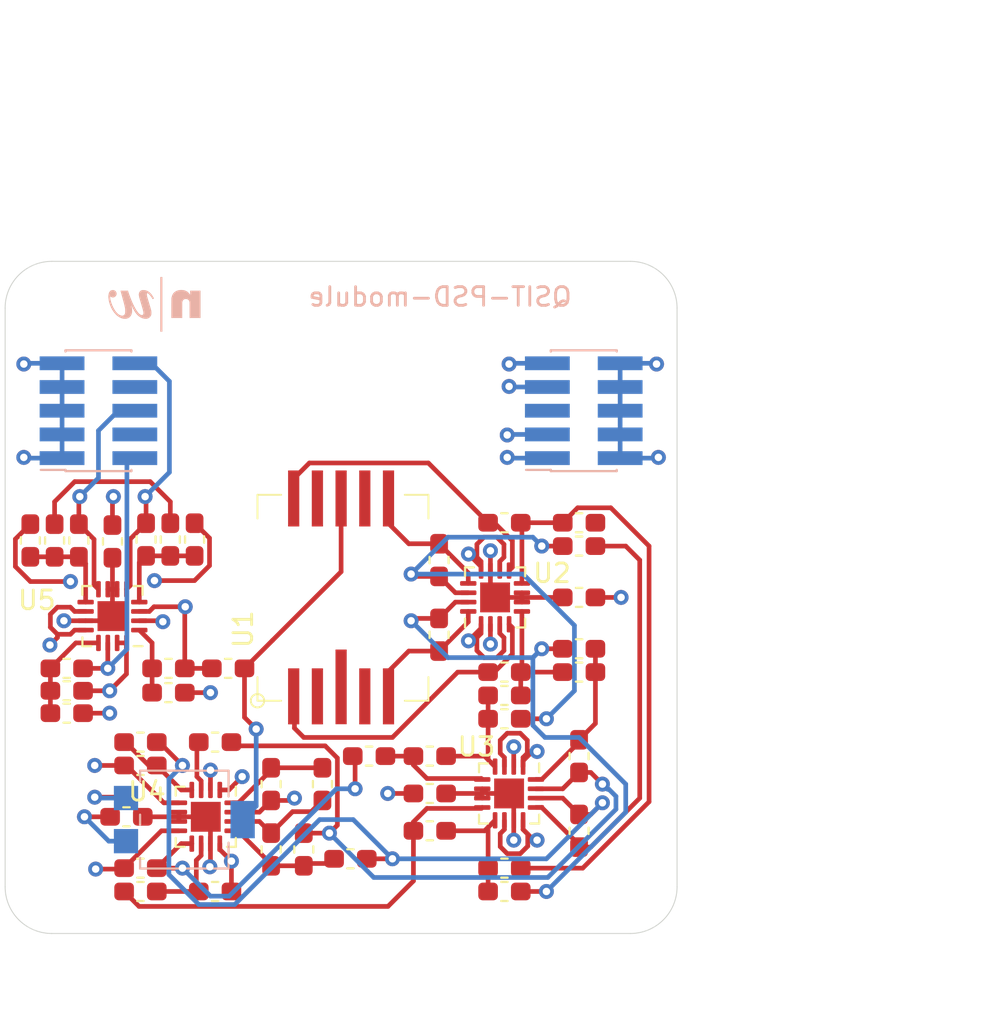
<source format=kicad_pcb>
(kicad_pcb (version 20171130) (host pcbnew "(5.1.6)-1")
  (layers (0 F.Cu signal) (1 In1.Cu power hide) (2 In2.Cu mixed) (31 B.Cu signal) (34 B.Paste user hide) (35 F.Paste user hide) (36 B.SilkS user) (37 F.SilkS user) (38 B.Mask user hide) (39 F.Mask user hide) (44 Edge.Cuts user))
  (net 0 "")
  (net 1 "Net-(R1-Pad2)")
  (net 2 /Y2a)
  (net 3 "Net-(R2-Pad1)")
  (net 4 /X1a)
  (net 5 "Net-(R5-Pad1)")
  (net 6 /X2a)
  (net 7 "Net-(R8-Pad2)")
  (net 8 /X2Y2)
  (net 9 "Net-(R10-Pad2)")
  (net 10 "Net-(R11-Pad2)")
  (net 11 /X1Y1)
  (net 12 /Y1a)
  (net 13 "Net-(R13-Pad1)")
  (net 14 "Net-(R15-Pad1)")
  (net 15 "Net-(R16-Pad2)")
  (net 16 VAA)
  (net 17 GND)
  (net 18 +5V)
  (net 19 -5V)
  (net 20 "Net-(H1-Pad1)")
  (net 21 "Net-(H2-Pad1)")
  (net 22 "Net-(H3-Pad1)")
  (net 23 "Net-(H4-Pad1)")
  (net 24 /Y2X1)
  (net 25 /Y1X2)
  (net 26 "Net-(R19-Pad1)")
  (net 27 /X_n)
  (net 28 "Net-(R20-Pad2)")
  (net 29 /sum)
  (net 30 "Net-(R22-Pad2)")
  (net 31 /den)
  (net 32 /Y_n)
  (net 33 "Net-(R23-Pad1)")
  (net 34 "Net-(R27-Pad1)")
  (net 35 "Net-(R29-Pad2)")
  (net 36 -2V5)
  (net 37 "Net-(R32-Pad1)")
  (net 38 "Net-(R35-Pad1)")
  (net 39 "Net-(R36-Pad2)")
  (net 40 "Net-(J1-Pad5)")
  (net 41 /U_signal)
  (net 42 "Net-(J2-Pad4)")
  (net 43 /X_signal)
  (net 44 "Net-(J2-Pad8)")
  (net 45 /Y_signal)
  (module Resistor_SMD:R_0603_1608Metric_Pad1.05x0.95mm_HandSolder (layer F.Cu) (at 129 123 90)
    (fp_text reference R25 hide)
    (fp_text value 4k7)
    (pad 1 smd roundrect (at -0.875 0 90) (size 1.05 0.95) (layers F.Cu F.Paste F.Mask) (net 29 /sum))
    (pad 2 smd roundrect (at 0.875 0 90) (size 1.05 0.95) (layers F.Cu F.Paste F.Mask) (net 30 "Net-(R22-Pad2)"))
  )
  (module Capacitor_SMD:C_0603_1608Metric_Pad1.05x0.95mm_HandSolder (layer F.Cu) (at 118.5 124.75 180)
    (fp_text reference C4 hide)
    (fp_text value 100nF)
    (pad 1 smd roundrect (at -0.875 0 180) (size 1.05 0.95) (layers F.Cu F.Paste F.Mask) (net 19 -5V))
    (pad 2 smd roundrect (at 0.875 0 180) (size 1.05 0.95) (layers F.Cu F.Paste F.Mask) (net 18 +5V))
  )
  (module Package_DFN_QFN:WQFN-16-1EP_3x3mm_P0.5mm_EP1.6x1.6mm (layer F.Cu) (at 122.75 124.75 270)
    (fp_text reference U4 (at -1.35 3.15 180) (layer F.SilkS))
    (fp_text value OPA4990IRTER)
    (pad 17 smd rect (at 0 0 270) (size 1.6 1.6) (layers F.Cu F.Mask) (net 19 -5V))
    (pad 16 smd roundrect (at -0.75 -1.4375 270) (size 0.25 0.875) (layers F.Cu F.Paste F.Mask) (net 30 "Net-(R22-Pad2)"))
    (pad 15 smd roundrect (at -0.25 -1.4375 270) (size 0.25 0.875) (layers F.Cu F.Paste F.Mask) (net 31 /den))
    (pad 14 smd roundrect (at 0.25 -1.4375 270) (size 0.25 0.875) (layers F.Cu F.Paste F.Mask) (net 29 /sum))
    (pad 13 smd roundrect (at 0.75 -1.4375 270) (size 0.25 0.875) (layers F.Cu F.Paste F.Mask) (net 26 "Net-(R19-Pad1)"))
    (pad 12 smd roundrect (at 1.4375 -0.75 270) (size 0.875 0.25) (layers F.Cu F.Paste F.Mask) (net 17 GND))
    (pad 11 smd roundrect (at 1.4375 -0.25 270) (size 0.875 0.25) (layers F.Cu F.Paste F.Mask) (net 19 -5V))
    (pad 10 smd roundrect (at 1.4375 0.25 270) (size 0.875 0.25) (layers F.Cu F.Paste F.Mask) (net 13 "Net-(R13-Pad1)"))
    (pad 9 smd roundrect (at 1.4375 0.75 270) (size 0.875 0.25) (layers F.Cu F.Paste F.Mask) (net 28 "Net-(R20-Pad2)"))
    (pad 8 smd roundrect (at 0.75 1.4375 270) (size 0.25 0.875) (layers F.Cu F.Paste F.Mask) (net 27 /X_n))
    (pad 7 smd roundrect (at 0.25 1.4375 270) (size 0.25 0.875) (layers F.Cu F.Paste F.Mask) (net 19 -5V))
    (pad 6 smd roundrect (at -0.25 1.4375 270) (size 0.25 0.875) (layers F.Cu F.Paste F.Mask) (net 19 -5V))
    (pad 5 smd roundrect (at -0.75 1.4375 270) (size 0.25 0.875) (layers F.Cu F.Paste F.Mask) (net 32 /Y_n))
    (pad 4 smd roundrect (at -1.4375 0.75 270) (size 0.875 0.25) (layers F.Cu F.Paste F.Mask) (net 33 "Net-(R23-Pad1)"))
    (pad 3 smd roundrect (at -1.4375 0.25 270) (size 0.875 0.25) (layers F.Cu F.Paste F.Mask) (net 34 "Net-(R27-Pad1)"))
    (pad 2 smd roundrect (at -1.4375 -0.25 270) (size 0.875 0.25) (layers F.Cu F.Paste F.Mask) (net 18 +5V))
    (pad 1 smd roundrect (at -1.4375 -0.75 270) (size 0.875 0.25) (layers F.Cu F.Paste F.Mask) (net 17 GND))
  )
  (module Resistor_SMD:R_0603_1608Metric_Pad1.05x0.95mm_HandSolder (layer F.Cu) (at 138.75 109 180)
    (fp_text reference R1 hide)
    (fp_text value 4k7)
    (pad 2 smd roundrect (at 0.875 0 180) (size 1.05 0.95) (layers F.Cu F.Paste F.Mask) (net 1 "Net-(R1-Pad2)"))
    (pad 1 smd roundrect (at -0.875 0 180) (size 1.05 0.95) (layers F.Cu F.Paste F.Mask) (net 2 /Y2a))
  )
  (module Resistor_SMD:R_0603_1608Metric_Pad1.05x0.95mm_HandSolder (layer F.Cu) (at 138.75 127.5)
    (fp_text reference R2 hide)
    (fp_text value 4k7)
    (pad 1 smd roundrect (at -0.875 0) (size 1.05 0.95) (layers F.Cu F.Paste F.Mask) (net 3 "Net-(R2-Pad1)"))
    (pad 2 smd roundrect (at 0.875 0) (size 1.05 0.95) (layers F.Cu F.Paste F.Mask) (net 2 /Y2a))
  )
  (module Resistor_SMD:R_0603_1608Metric_Pad1.05x0.95mm_HandSolder (layer F.Cu) (at 134.75 125.5)
    (fp_text reference R3 hide)
    (fp_text value 4k7)
    (pad 1 smd roundrect (at -0.875 0) (size 1.05 0.95) (layers F.Cu F.Paste F.Mask) (net 24 /Y2X1))
    (pad 2 smd roundrect (at 0.875 0) (size 1.05 0.95) (layers F.Cu F.Paste F.Mask) (net 3 "Net-(R2-Pad1)"))
  )
  (module Resistor_SMD:R_0603_1608Metric_Pad1.05x0.95mm_HandSolder (layer F.Cu) (at 138.75 128.75)
    (fp_text reference R4 hide)
    (fp_text value 4k7)
    (pad 2 smd roundrect (at 0.875 0) (size 1.05 0.95) (layers F.Cu F.Paste F.Mask) (net 4 /X1a))
    (pad 1 smd roundrect (at -0.875 0) (size 1.05 0.95) (layers F.Cu F.Paste F.Mask) (net 3 "Net-(R2-Pad1)"))
  )
  (module Resistor_SMD:R_0603_1608Metric_Pad1.05x0.95mm_HandSolder (layer F.Cu) (at 142.75 110.25 180)
    (fp_text reference R5 hide)
    (fp_text value 4k7)
    (pad 1 smd roundrect (at -0.875 0 180) (size 1.05 0.95) (layers F.Cu F.Paste F.Mask) (net 5 "Net-(R5-Pad1)"))
    (pad 2 smd roundrect (at 0.875 0 180) (size 1.05 0.95) (layers F.Cu F.Paste F.Mask) (net 6 /X2a))
  )
  (module Resistor_SMD:R_0603_1608Metric_Pad1.05x0.95mm_HandSolder (layer F.Cu) (at 142.75 109 180)
    (fp_text reference R6 hide)
    (fp_text value 4k7)
    (pad 1 smd roundrect (at -0.875 0 180) (size 1.05 0.95) (layers F.Cu F.Paste F.Mask) (net 5 "Net-(R5-Pad1)"))
    (pad 2 smd roundrect (at 0.875 0 180) (size 1.05 0.95) (layers F.Cu F.Paste F.Mask) (net 2 /Y2a))
  )
  (module Resistor_SMD:R_0603_1608Metric_Pad1.05x0.95mm_HandSolder (layer F.Cu) (at 135.25 111 90)
    (fp_text reference R8 hide)
    (fp_text value 4k7)
    (pad 2 smd roundrect (at 0.875 0 90) (size 1.05 0.95) (layers F.Cu F.Paste F.Mask) (net 7 "Net-(R8-Pad2)"))
    (pad 1 smd roundrect (at -0.875 0 90) (size 1.05 0.95) (layers F.Cu F.Paste F.Mask) (net 6 /X2a))
  )
  (module Resistor_SMD:R_0603_1608Metric_Pad1.05x0.95mm_HandSolder (layer F.Cu) (at 142.75 125.5 270)
    (fp_text reference R9 hide)
    (fp_text value 4k7)
    (pad 1 smd roundrect (at -0.875 0 270) (size 1.05 0.95) (layers F.Cu F.Paste F.Mask) (net 8 /X2Y2))
    (pad 2 smd roundrect (at 0.875 0 270) (size 1.05 0.95) (layers F.Cu F.Paste F.Mask) (net 5 "Net-(R5-Pad1)"))
  )
  (module Resistor_SMD:R_0603_1608Metric_Pad1.05x0.95mm_HandSolder (layer F.Cu) (at 135.25 115 270)
    (fp_text reference R10 hide)
    (fp_text value 4k7)
    (pad 1 smd roundrect (at -0.875 0 270) (size 1.05 0.95) (layers F.Cu F.Paste F.Mask) (net 4 /X1a))
    (pad 2 smd roundrect (at 0.875 0 270) (size 1.05 0.95) (layers F.Cu F.Paste F.Mask) (net 9 "Net-(R10-Pad2)"))
  )
  (module Resistor_SMD:R_0603_1608Metric_Pad1.05x0.95mm_HandSolder (layer F.Cu) (at 142.75 121.5 90)
    (fp_text reference R11 hide)
    (fp_text value 4k7)
    (pad 2 smd roundrect (at 0.875 0 90) (size 1.05 0.95) (layers F.Cu F.Paste F.Mask) (net 10 "Net-(R11-Pad2)"))
    (pad 1 smd roundrect (at -0.875 0 90) (size 1.05 0.95) (layers F.Cu F.Paste F.Mask) (net 11 /X1Y1))
  )
  (module Resistor_SMD:R_0603_1608Metric_Pad1.05x0.95mm_HandSolder (layer F.Cu) (at 142.75 117 180)
    (fp_text reference R12 hide)
    (fp_text value 4k7)
    (pad 1 smd roundrect (at -0.875 0 180) (size 1.05 0.95) (layers F.Cu F.Paste F.Mask) (net 10 "Net-(R11-Pad2)"))
    (pad 2 smd roundrect (at 0.875 0 180) (size 1.05 0.95) (layers F.Cu F.Paste F.Mask) (net 12 /Y1a))
  )
  (module Resistor_SMD:R_0603_1608Metric_Pad1.05x0.95mm_HandSolder (layer F.Cu) (at 142.75 115.75)
    (fp_text reference R14 hide)
    (fp_text value 4k7)
    (pad 2 smd roundrect (at 0.875 0) (size 1.05 0.95) (layers F.Cu F.Paste F.Mask) (net 10 "Net-(R11-Pad2)"))
    (pad 1 smd roundrect (at -0.875 0) (size 1.05 0.95) (layers F.Cu F.Paste F.Mask) (net 4 /X1a))
  )
  (module Resistor_SMD:R_0603_1608Metric_Pad1.05x0.95mm_HandSolder (layer F.Cu) (at 138.75 119.5)
    (fp_text reference R15 hide)
    (fp_text value 4k7)
    (pad 1 smd roundrect (at -0.875 0) (size 1.05 0.95) (layers F.Cu F.Paste F.Mask) (net 14 "Net-(R15-Pad1)"))
    (pad 2 smd roundrect (at 0.875 0) (size 1.05 0.95) (layers F.Cu F.Paste F.Mask) (net 6 /X2a))
  )
  (module Resistor_SMD:R_0603_1608Metric_Pad1.05x0.95mm_HandSolder (layer F.Cu) (at 138.75 117 180)
    (fp_text reference R16 hide)
    (fp_text value 4k7)
    (pad 1 smd roundrect (at -0.875 0 180) (size 1.05 0.95) (layers F.Cu F.Paste F.Mask) (net 12 /Y1a))
    (pad 2 smd roundrect (at 0.875 0 180) (size 1.05 0.95) (layers F.Cu F.Paste F.Mask) (net 15 "Net-(R16-Pad2)"))
  )
  (module Resistor_SMD:R_0603_1608Metric_Pad1.05x0.95mm_HandSolder (layer F.Cu) (at 138.75 118.25)
    (fp_text reference R17 hide)
    (fp_text value 4k7)
    (pad 2 smd roundrect (at 0.875 0) (size 1.05 0.95) (layers F.Cu F.Paste F.Mask) (net 12 /Y1a))
    (pad 1 smd roundrect (at -0.875 0) (size 1.05 0.95) (layers F.Cu F.Paste F.Mask) (net 14 "Net-(R15-Pad1)"))
  )
  (module Resistor_SMD:R_0603_1608Metric_Pad1.05x0.95mm_HandSolder (layer F.Cu) (at 134.75 121.5)
    (fp_text reference R18 hide)
    (fp_text value 4k7)
    (pad 2 smd roundrect (at 0.875 0) (size 1.05 0.95) (layers F.Cu F.Paste F.Mask) (net 14 "Net-(R15-Pad1)"))
    (pad 1 smd roundrect (at -0.875 0) (size 1.05 0.95) (layers F.Cu F.Paste F.Mask) (net 25 /Y1X2))
  )
  (module A_Tale_Of_A_Library:HAMAMATSU_PSD_S599001_4mm (layer F.Cu) (at 130 113)
    (fp_text reference U1 (at -5.25 1.7 90) (layer F.SilkS))
    (fp_text value PSDS5990-01)
    (pad 1 smd rect (at -2.54 5.3) (size 0.6 3) (layers F.Cu F.Paste F.Mask) (net 15 "Net-(R16-Pad2)"))
    (pad 2 smd rect (at -1.27 5.3) (size 0.6 3) (layers F.Cu F.Paste F.Mask))
    (pad 3 smd rect (at 0 4.792) (size 0.6 4) (layers F.Cu F.Paste F.Mask))
    (pad 4 smd rect (at 1.27 5.3) (size 0.6 3) (layers F.Cu F.Paste F.Mask))
    (pad 5 smd rect (at 2.54 5.3) (size 0.6 3) (layers F.Cu F.Paste F.Mask) (net 9 "Net-(R10-Pad2)"))
    (pad 8 smd rect (at 0 -5.3) (size 0.6 3) (layers F.Cu F.Paste F.Mask) (net 16 VAA))
    (pad 9 smd rect (at -1.27 -5.3) (size 0.6 3) (layers F.Cu F.Paste F.Mask))
    (pad 10 smd rect (at -2.54 -5.3) (size 0.6 3) (layers F.Cu F.Paste F.Mask) (net 1 "Net-(R1-Pad2)"))
    (pad 7 smd rect (at 1.27 -5.3) (size 0.6 3) (layers F.Cu F.Paste F.Mask))
    (pad 6 smd rect (at 2.54 -5.3) (size 0.6 3) (layers F.Cu F.Paste F.Mask) (net 7 "Net-(R8-Pad2)"))
  )
  (module Package_DFN_QFN:WQFN-16-1EP_3x3mm_P0.5mm_EP1.6x1.6mm (layer F.Cu) (at 138.25 113 90)
    (fp_text reference U2 (at 1.3 3.05 180) (layer F.SilkS))
    (fp_text value OPA4990IRTER)
    (pad 1 smd roundrect (at -1.4375 -0.75 90) (size 0.875 0.25) (layers F.Cu F.Paste F.Mask) (net 17 GND))
    (pad 2 smd roundrect (at -1.4375 -0.25 90) (size 0.875 0.25) (layers F.Cu F.Paste F.Mask) (net 18 +5V))
    (pad 3 smd roundrect (at -1.4375 0.25 90) (size 0.875 0.25) (layers F.Cu F.Paste F.Mask) (net 17 GND))
    (pad 4 smd roundrect (at -1.4375 0.75 90) (size 0.875 0.25) (layers F.Cu F.Paste F.Mask) (net 15 "Net-(R16-Pad2)"))
    (pad 5 smd roundrect (at -0.75 1.4375 90) (size 0.25 0.875) (layers F.Cu F.Paste F.Mask) (net 12 /Y1a))
    (pad 6 smd roundrect (at -0.25 1.4375 90) (size 0.25 0.875) (layers F.Cu F.Paste F.Mask) (net 19 -5V))
    (pad 7 smd roundrect (at 0.25 1.4375 90) (size 0.25 0.875) (layers F.Cu F.Paste F.Mask) (net 19 -5V))
    (pad 8 smd roundrect (at 0.75 1.4375 90) (size 0.25 0.875) (layers F.Cu F.Paste F.Mask) (net 2 /Y2a))
    (pad 9 smd roundrect (at 1.4375 0.75 90) (size 0.875 0.25) (layers F.Cu F.Paste F.Mask) (net 1 "Net-(R1-Pad2)"))
    (pad 10 smd roundrect (at 1.4375 0.25 90) (size 0.875 0.25) (layers F.Cu F.Paste F.Mask) (net 17 GND))
    (pad 11 smd roundrect (at 1.4375 -0.25 90) (size 0.875 0.25) (layers F.Cu F.Paste F.Mask) (net 19 -5V))
    (pad 12 smd roundrect (at 1.4375 -0.75 90) (size 0.875 0.25) (layers F.Cu F.Paste F.Mask) (net 17 GND))
    (pad 13 smd roundrect (at 0.75 -1.4375 90) (size 0.25 0.875) (layers F.Cu F.Paste F.Mask) (net 7 "Net-(R8-Pad2)"))
    (pad 14 smd roundrect (at 0.25 -1.4375 90) (size 0.25 0.875) (layers F.Cu F.Paste F.Mask) (net 6 /X2a))
    (pad 15 smd roundrect (at -0.25 -1.4375 90) (size 0.25 0.875) (layers F.Cu F.Paste F.Mask) (net 4 /X1a))
    (pad 16 smd roundrect (at -0.75 -1.4375 90) (size 0.25 0.875) (layers F.Cu F.Paste F.Mask) (net 9 "Net-(R10-Pad2)"))
    (pad 17 smd rect (at 0 0 90) (size 1.6 1.6) (layers F.Cu F.Mask) (net 19 -5V))
  )
  (module Package_DFN_QFN:WQFN-16-1EP_3x3mm_P0.5mm_EP1.6x1.6mm (layer F.Cu) (at 139 123.5 270)
    (fp_text reference U3 (at -2.5 1.75 180) (layer F.SilkS))
    (fp_text value OPA4990IRTER)
    (pad 1 smd roundrect (at -1.4375 -0.75 270) (size 0.875 0.25) (layers F.Cu F.Paste F.Mask) (net 17 GND))
    (pad 2 smd roundrect (at -1.4375 -0.25 270) (size 0.875 0.25) (layers F.Cu F.Paste F.Mask) (net 18 +5V))
    (pad 3 smd roundrect (at -1.4375 0.25 270) (size 0.875 0.25) (layers F.Cu F.Paste F.Mask) (net 17 GND))
    (pad 4 smd roundrect (at -1.4375 0.75 270) (size 0.875 0.25) (layers F.Cu F.Paste F.Mask) (net 14 "Net-(R15-Pad1)"))
    (pad 5 smd roundrect (at -0.75 1.4375 270) (size 0.25 0.875) (layers F.Cu F.Paste F.Mask) (net 25 /Y1X2))
    (pad 6 smd roundrect (at -0.25 1.4375 270) (size 0.25 0.875) (layers F.Cu F.Paste F.Mask) (net 19 -5V))
    (pad 7 smd roundrect (at 0.25 1.4375 270) (size 0.25 0.875) (layers F.Cu F.Paste F.Mask) (net 19 -5V))
    (pad 8 smd roundrect (at 0.75 1.4375 270) (size 0.25 0.875) (layers F.Cu F.Paste F.Mask) (net 24 /Y2X1))
    (pad 9 smd roundrect (at 1.4375 0.75 270) (size 0.875 0.25) (layers F.Cu F.Paste F.Mask) (net 3 "Net-(R2-Pad1)"))
    (pad 10 smd roundrect (at 1.4375 0.25 270) (size 0.875 0.25) (layers F.Cu F.Paste F.Mask) (net 17 GND))
    (pad 11 smd roundrect (at 1.4375 -0.25 270) (size 0.875 0.25) (layers F.Cu F.Paste F.Mask) (net 19 -5V))
    (pad 12 smd roundrect (at 1.4375 -0.75 270) (size 0.875 0.25) (layers F.Cu F.Paste F.Mask) (net 17 GND))
    (pad 13 smd roundrect (at 0.75 -1.4375 270) (size 0.25 0.875) (layers F.Cu F.Paste F.Mask) (net 5 "Net-(R5-Pad1)"))
    (pad 14 smd roundrect (at 0.25 -1.4375 270) (size 0.25 0.875) (layers F.Cu F.Paste F.Mask) (net 8 /X2Y2))
    (pad 15 smd roundrect (at -0.25 -1.4375 270) (size 0.25 0.875) (layers F.Cu F.Paste F.Mask) (net 11 /X1Y1))
    (pad 16 smd roundrect (at -0.75 -1.4375 270) (size 0.25 0.875) (layers F.Cu F.Paste F.Mask) (net 10 "Net-(R11-Pad2)"))
    (pad 17 smd rect (at 0 0 270) (size 1.6 1.6) (layers F.Cu F.Mask) (net 19 -5V))
  )
  (module Mounting_Holes:MountingHole_2.5mm (layer F.Cu) (at 114.5 97.5)
    (fp_text reference H1 hide)
    (fp_text value MountingHole_Pad)
    (pad 1 np_thru_hole circle (at 0 0) (size 2.5 2.5) (drill 2.5) (layers *.Cu *.Mask) (net 20 "Net-(H1-Pad1)"))
  )
  (module Mounting_Holes:MountingHole_2.5mm (layer F.Cu) (at 114.5 128.5)
    (fp_text reference H2 hide)
    (fp_text value MountingHole_Pad)
    (pad 1 np_thru_hole circle (at 0 0) (size 2.5 2.5) (drill 2.5) (layers *.Cu *.Mask) (net 21 "Net-(H2-Pad1)"))
  )
  (module Mounting_Holes:MountingHole_2.5mm (layer F.Cu) (at 145.5 97.5)
    (fp_text reference H3 hide)
    (fp_text value MountingHole_Pad)
    (pad 1 np_thru_hole circle (at 0 0) (size 2.5 2.5) (drill 2.5) (layers *.Cu *.Mask) (net 22 "Net-(H3-Pad1)"))
  )
  (module Mounting_Holes:MountingHole_2.5mm (layer F.Cu) (at 145.5 128.5)
    (fp_text reference H4 hide)
    (fp_text value MountingHole_Pad)
    (pad 1 np_thru_hole circle (at 0 0) (size 2.5 2.5) (drill 2.5) (layers *.Cu *.Mask) (net 23 "Net-(H4-Pad1)"))
  )
  (module Capacitor_SMD:C_0603_1608Metric_Pad1.05x0.95mm_HandSolder (layer F.Cu) (at 134.75 123.5 180)
    (fp_text reference C2 hide)
    (fp_text value 100nF)
    (pad 2 smd roundrect (at 0.875 0 180) (size 1.05 0.95) (layers F.Cu F.Paste F.Mask) (net 18 +5V))
    (pad 1 smd roundrect (at -0.875 0 180) (size 1.05 0.95) (layers F.Cu F.Paste F.Mask) (net 19 -5V))
  )
  (module Capacitor_SMD:C_0603_1608Metric_Pad1.05x0.95mm_HandSolder (layer F.Cu) (at 142.75 113)
    (fp_text reference C3 hide)
    (fp_text value 100nF)
    (pad 1 smd roundrect (at -0.875 0) (size 1.05 0.95) (layers F.Cu F.Paste F.Mask) (net 19 -5V))
    (pad 2 smd roundrect (at 0.875 0) (size 1.05 0.95) (layers F.Cu F.Paste F.Mask) (net 18 +5V))
  )
  (module Resistor_SMD:R_0603_1608Metric_Pad1.05x0.95mm_HandSolder (layer F.Cu) (at 130.5 127)
    (fp_text reference R19 hide)
    (fp_text value 4k7)
    (pad 1 smd roundrect (at -0.875 0) (size 1.05 0.95) (layers F.Cu F.Paste F.Mask) (net 26 "Net-(R19-Pad1)"))
    (pad 2 smd roundrect (at 0.875 0) (size 1.05 0.95) (layers F.Cu F.Paste F.Mask) (net 8 /X2Y2))
  )
  (module Resistor_SMD:R_0603_1608Metric_Pad1.05x0.95mm_HandSolder (layer F.Cu) (at 119.25 127.5)
    (fp_text reference R20 hide)
    (fp_text value 4k7)
    (pad 1 smd roundrect (at -0.875 0) (size 1.05 0.95) (layers F.Cu F.Paste F.Mask) (net 27 /X_n))
    (pad 2 smd roundrect (at 0.875 0) (size 1.05 0.95) (layers F.Cu F.Paste F.Mask) (net 28 "Net-(R20-Pad2)"))
  )
  (module Resistor_SMD:R_0603_1608Metric_Pad1.05x0.95mm_HandSolder (layer F.Cu) (at 126.25 126.5 270)
    (fp_text reference R21 hide)
    (fp_text value 4k7)
    (pad 1 smd roundrect (at -0.875 0 270) (size 1.05 0.95) (layers F.Cu F.Paste F.Mask) (net 29 /sum))
    (pad 2 smd roundrect (at 0.875 0 270) (size 1.05 0.95) (layers F.Cu F.Paste F.Mask) (net 26 "Net-(R19-Pad1)"))
  )
  (module Resistor_SMD:R_0603_1608Metric_Pad1.05x0.95mm_HandSolder (layer F.Cu) (at 126.25 123 90)
    (fp_text reference R22 hide)
    (fp_text value 4k7)
    (pad 2 smd roundrect (at 0.875 0 90) (size 1.05 0.95) (layers F.Cu F.Paste F.Mask) (net 30 "Net-(R22-Pad2)"))
    (pad 1 smd roundrect (at -0.875 0 90) (size 1.05 0.95) (layers F.Cu F.Paste F.Mask) (net 31 /den))
  )
  (module Resistor_SMD:R_0603_1608Metric_Pad1.05x0.95mm_HandSolder (layer F.Cu) (at 119.25 122 180)
    (fp_text reference R23 hide)
    (fp_text value 4k7)
    (pad 2 smd roundrect (at 0.875 0 180) (size 1.05 0.95) (layers F.Cu F.Paste F.Mask) (net 32 /Y_n))
    (pad 1 smd roundrect (at -0.875 0 180) (size 1.05 0.95) (layers F.Cu F.Paste F.Mask) (net 33 "Net-(R23-Pad1)"))
  )
  (module Resistor_SMD:R_0603_1608Metric_Pad1.05x0.95mm_HandSolder (layer F.Cu) (at 128 126.5 270)
    (fp_text reference R24 hide)
    (fp_text value 4k7)
    (pad 2 smd roundrect (at 0.875 0 270) (size 1.05 0.95) (layers F.Cu F.Paste F.Mask) (net 26 "Net-(R19-Pad1)"))
    (pad 1 smd roundrect (at -0.875 0 270) (size 1.05 0.95) (layers F.Cu F.Paste F.Mask) (net 11 /X1Y1))
  )
  (module Resistor_SMD:R_0603_1608Metric_Pad1.05x0.95mm_HandSolder (layer F.Cu) (at 119.25 120.75 180)
    (fp_text reference R26 hide)
    (fp_text value 4k7)
    (pad 2 smd roundrect (at 0.875 0 180) (size 1.05 0.95) (layers F.Cu F.Paste F.Mask) (net 33 "Net-(R23-Pad1)"))
    (pad 1 smd roundrect (at -0.875 0 180) (size 1.05 0.95) (layers F.Cu F.Paste F.Mask) (net 8 /X2Y2))
  )
  (module Resistor_SMD:R_0603_1608Metric_Pad1.05x0.95mm_HandSolder (layer F.Cu) (at 123.25 120.75)
    (fp_text reference R27 hide)
    (fp_text value 4k7)
    (pad 1 smd roundrect (at -0.875 0) (size 1.05 0.95) (layers F.Cu F.Paste F.Mask) (net 34 "Net-(R27-Pad1)"))
    (pad 2 smd roundrect (at 0.875 0) (size 1.05 0.95) (layers F.Cu F.Paste F.Mask) (net 11 /X1Y1))
  )
  (module Resistor_SMD:R_0603_1608Metric_Pad1.05x0.95mm_HandSolder (layer F.Cu) (at 131.5 121.5)
    (fp_text reference R28 hide)
    (fp_text value 4k7)
    (pad 2 smd roundrect (at 0.875 0) (size 1.05 0.95) (layers F.Cu F.Paste F.Mask) (net 25 /Y1X2))
    (pad 1 smd roundrect (at -0.875 0) (size 1.05 0.95) (layers F.Cu F.Paste F.Mask) (net 28 "Net-(R20-Pad2)"))
  )
  (module Resistor_SMD:R_0603_1608Metric_Pad1.05x0.95mm_HandSolder (layer F.Cu) (at 119.25 128.75 180)
    (fp_text reference R7 hide)
    (fp_text value 4k7)
    (pad 1 smd roundrect (at -0.875 0 180) (size 1.05 0.95) (layers F.Cu F.Paste F.Mask) (net 13 "Net-(R13-Pad1)"))
    (pad 2 smd roundrect (at 0.875 0 180) (size 1.05 0.95) (layers F.Cu F.Paste F.Mask) (net 24 /Y2X1))
  )
  (module Resistor_SMD:R_0603_1608Metric_Pad1.05x0.95mm_HandSolder (layer F.Cu) (at 123.25 128.75)
    (fp_text reference R13 hide)
    (fp_text value 4k7)
    (pad 1 smd roundrect (at -0.875 0) (size 1.05 0.95) (layers F.Cu F.Paste F.Mask) (net 13 "Net-(R13-Pad1)"))
    (pad 2 smd roundrect (at 0.875 0) (size 1.05 0.95) (layers F.Cu F.Paste F.Mask) (net 17 GND))
  )
  (module Capacitor_SMD:C_0603_1608Metric_Pad1.05x0.95mm_HandSolder (layer F.Cu) (at 123.95 116.8)
    (fp_text reference C1 hide)
    (fp_text value 100nF)
    (pad 1 smd roundrect (at -0.875 0) (size 1.05 0.95) (layers F.Cu F.Paste F.Mask) (net 17 GND))
    (pad 2 smd roundrect (at 0.875 0) (size 1.05 0.95) (layers F.Cu F.Paste F.Mask) (net 16 VAA))
  )
  (module Capacitor_SMD:C_0603_1608Metric_Pad1.05x0.95mm_HandSolder (layer F.Cu) (at 117.75 110 90)
    (fp_text reference C5 hide)
    (fp_text value 100nF)
    (pad 1 smd roundrect (at -0.875 0 90) (size 1.05 0.95) (layers F.Cu F.Paste F.Mask) (net 19 -5V))
    (pad 2 smd roundrect (at 0.875 0 90) (size 1.05 0.95) (layers F.Cu F.Paste F.Mask) (net 18 +5V))
  )
  (module A_Tale_Of_A_Library:Logo_FHNW_03x05mm (layer B.Cu) (at 120 97.3 180)
    (fp_text reference H5 hide)
    (fp_text value LogoFHNW hide)
  )
  (module Potentiometer_SMD:Potentiometer_Bourns_3314R-GM5_Vertical (layer B.Cu) (at 121.6 124.9 270)
    (fp_text reference RV1 hide)
    (fp_text value 3314G-1-253E)
    (pad 1 smd rect (at 1.155 3.125 270) (size 1.3 1.3) (layers B.Cu B.Paste B.Mask) (net 18 +5V))
    (pad 2 smd rect (at 0 -3.125 270) (size 2 1.3) (layers B.Cu B.Paste B.Mask) (net 16 VAA))
    (pad 3 smd rect (at -1.155 3.125 270) (size 1.3 1.3) (layers B.Cu B.Paste B.Mask) (net 19 -5V))
  )
  (module Package_DFN_QFN:WQFN-16-1EP_3x3mm_P0.5mm_EP1.6x1.6mm (layer F.Cu) (at 117.75 114 180)
    (fp_text reference U5 (at 4.05 0.85 180) (layer F.SilkS))
    (fp_text value OPA4990IRTER)
    (pad 17 smd rect (at 0 0 180) (size 1.6 1.6) (layers F.Cu F.Mask) (net 19 -5V))
    (pad 16 smd roundrect (at -0.75 -1.4375 180) (size 0.25 0.875) (layers F.Cu F.Paste F.Mask) (net 36 -2V5))
    (pad 15 smd roundrect (at -0.25 -1.4375 180) (size 0.25 0.875) (layers F.Cu F.Paste F.Mask) (net 36 -2V5))
    (pad 14 smd roundrect (at 0.25 -1.4375 180) (size 0.25 0.875) (layers F.Cu F.Paste F.Mask) (net 41 /U_signal))
    (pad 13 smd roundrect (at 0.75 -1.4375 180) (size 0.25 0.875) (layers F.Cu F.Paste F.Mask) (net 37 "Net-(R32-Pad1)"))
    (pad 12 smd roundrect (at 1.4375 -0.75 180) (size 0.875 0.25) (layers F.Cu F.Paste F.Mask) (net 17 GND))
    (pad 11 smd roundrect (at 1.4375 -0.25 180) (size 0.875 0.25) (layers F.Cu F.Paste F.Mask) (net 19 -5V))
    (pad 10 smd roundrect (at 1.4375 0.25 180) (size 0.875 0.25) (layers F.Cu F.Paste F.Mask) (net 17 GND))
    (pad 9 smd roundrect (at 1.4375 0.75 180) (size 0.875 0.25) (layers F.Cu F.Paste F.Mask) (net 35 "Net-(R29-Pad2)"))
    (pad 8 smd roundrect (at 0.75 1.4375 180) (size 0.25 0.875) (layers F.Cu F.Paste F.Mask) (net 43 /X_signal))
    (pad 7 smd roundrect (at 0.25 1.4375 180) (size 0.25 0.875) (layers F.Cu F.Paste F.Mask) (net 19 -5V))
    (pad 6 smd roundrect (at -0.25 1.4375 180) (size 0.25 0.875) (layers F.Cu F.Paste F.Mask) (net 19 -5V))
    (pad 5 smd roundrect (at -0.75 1.4375 180) (size 0.25 0.875) (layers F.Cu F.Paste F.Mask) (net 45 /Y_signal))
    (pad 4 smd roundrect (at -1.4375 0.75 180) (size 0.875 0.25) (layers F.Cu F.Paste F.Mask) (net 39 "Net-(R36-Pad2)"))
    (pad 3 smd roundrect (at -1.4375 0.25 180) (size 0.875 0.25) (layers F.Cu F.Paste F.Mask) (net 17 GND))
    (pad 2 smd roundrect (at -1.4375 -0.25 180) (size 0.875 0.25) (layers F.Cu F.Paste F.Mask) (net 18 +5V))
    (pad 1 smd roundrect (at -1.4375 -0.75 180) (size 0.875 0.25) (layers F.Cu F.Paste F.Mask) (net 38 "Net-(R35-Pad1)"))
  )
  (module Resistor_SMD:R_0603_1608Metric_Pad1.05x0.95mm_HandSolder (layer F.Cu) (at 114.65 109.95 270)
    (fp_text reference R29 hide)
    (fp_text value 10k)
    (pad 2 smd roundrect (at 0.875 0 270) (size 1.05 0.95) (layers F.Cu F.Paste F.Mask) (net 35 "Net-(R29-Pad2)"))
    (pad 1 smd roundrect (at -0.875 0 270) (size 1.05 0.95) (layers F.Cu F.Paste F.Mask) (net 36 -2V5))
  )
  (module Resistor_SMD:R_0603_1608Metric_Pad1.05x0.95mm_HandSolder (layer F.Cu) (at 113.35 109.95 270)
    (fp_text reference R30 hide)
    (fp_text value 20k)
    (pad 1 smd roundrect (at -0.875 0 270) (size 1.05 0.95) (layers F.Cu F.Paste F.Mask) (net 27 /X_n))
    (pad 2 smd roundrect (at 0.875 0 270) (size 1.05 0.95) (layers F.Cu F.Paste F.Mask) (net 35 "Net-(R29-Pad2)"))
  )
  (module Resistor_SMD:R_0603_1608Metric_Pad1.05x0.95mm_HandSolder (layer F.Cu) (at 115.95 109.95 270)
    (fp_text reference R31 hide)
    (fp_text value 10k)
    (pad 2 smd roundrect (at 0.875 0 270) (size 1.05 0.95) (layers F.Cu F.Paste F.Mask) (net 35 "Net-(R29-Pad2)"))
    (pad 1 smd roundrect (at -0.875 0 270) (size 1.05 0.95) (layers F.Cu F.Paste F.Mask) (net 43 /X_signal))
  )
  (module Resistor_SMD:R_0603_1608Metric_Pad1.05x0.95mm_HandSolder (layer F.Cu) (at 115.3 119.2)
    (fp_text reference R32 hide)
    (fp_text value 20k)
    (pad 2 smd roundrect (at 0.875 0) (size 1.05 0.95) (layers F.Cu F.Paste F.Mask) (net 31 /den))
    (pad 1 smd roundrect (at -0.875 0) (size 1.05 0.95) (layers F.Cu F.Paste F.Mask) (net 37 "Net-(R32-Pad1)"))
  )
  (module Resistor_SMD:R_0603_1608Metric_Pad1.05x0.95mm_HandSolder (layer F.Cu) (at 115.3 118)
    (fp_text reference R33 hide)
    (fp_text value 10k)
    (pad 1 smd roundrect (at -0.875 0) (size 1.05 0.95) (layers F.Cu F.Paste F.Mask) (net 37 "Net-(R32-Pad1)"))
    (pad 2 smd roundrect (at 0.875 0) (size 1.05 0.95) (layers F.Cu F.Paste F.Mask) (net 36 -2V5))
  )
  (module Resistor_SMD:R_0603_1608Metric_Pad1.05x0.95mm_HandSolder (layer F.Cu) (at 115.3 116.8 180)
    (fp_text reference R34 hide)
    (fp_text value 10k)
    (pad 1 smd roundrect (at -0.875 0 180) (size 1.05 0.95) (layers F.Cu F.Paste F.Mask) (net 41 /U_signal))
    (pad 2 smd roundrect (at 0.875 0 180) (size 1.05 0.95) (layers F.Cu F.Paste F.Mask) (net 37 "Net-(R32-Pad1)"))
  )
  (module Resistor_SMD:R_0603_1608Metric_Pad1.05x0.95mm_HandSolder (layer F.Cu) (at 120.75 116.8)
    (fp_text reference R35 hide)
    (fp_text value 10k)
    (pad 2 smd roundrect (at 0.875 0) (size 1.05 0.95) (layers F.Cu F.Paste F.Mask) (net 17 GND))
    (pad 1 smd roundrect (at -0.875 0) (size 1.05 0.95) (layers F.Cu F.Paste F.Mask) (net 38 "Net-(R35-Pad1)"))
  )
  (module Resistor_SMD:R_0603_1608Metric_Pad1.05x0.95mm_HandSolder (layer F.Cu) (at 119.55 109.9 270)
    (fp_text reference R36 hide)
    (fp_text value 10k)
    (pad 2 smd roundrect (at 0.875 0 270) (size 1.05 0.95) (layers F.Cu F.Paste F.Mask) (net 39 "Net-(R36-Pad2)"))
    (pad 1 smd roundrect (at -0.875 0 270) (size 1.05 0.95) (layers F.Cu F.Paste F.Mask) (net 45 /Y_signal))
  )
  (module Resistor_SMD:R_0603_1608Metric_Pad1.05x0.95mm_HandSolder (layer F.Cu) (at 120.75 118.1 180)
    (fp_text reference R37 hide)
    (fp_text value 10k)
    (pad 1 smd roundrect (at -0.875 0 180) (size 1.05 0.95) (layers F.Cu F.Paste F.Mask) (net 19 -5V))
    (pad 2 smd roundrect (at 0.875 0 180) (size 1.05 0.95) (layers F.Cu F.Paste F.Mask) (net 38 "Net-(R35-Pad1)"))
  )
  (module Resistor_SMD:R_0603_1608Metric_Pad1.05x0.95mm_HandSolder (layer F.Cu) (at 122.15 109.9 270)
    (fp_text reference R38 hide)
    (fp_text value 20k)
    (pad 1 smd roundrect (at -0.875 0 270) (size 1.05 0.95) (layers F.Cu F.Paste F.Mask) (net 32 /Y_n))
    (pad 2 smd roundrect (at 0.875 0 270) (size 1.05 0.95) (layers F.Cu F.Paste F.Mask) (net 39 "Net-(R36-Pad2)"))
  )
  (module Resistor_SMD:R_0603_1608Metric_Pad1.05x0.95mm_HandSolder (layer F.Cu) (at 120.85 109.9 270)
    (fp_text reference R39 hide)
    (fp_text value 10k)
    (pad 1 smd roundrect (at -0.875 0 270) (size 1.05 0.95) (layers F.Cu F.Paste F.Mask) (net 36 -2V5))
    (pad 2 smd roundrect (at 0.875 0 270) (size 1.05 0.95) (layers F.Cu F.Paste F.Mask) (net 39 "Net-(R36-Pad2)"))
  )
  (module Connector_PinHeader_1.27mm:PinHeader_2x05_P1.27mm_Vertical_SMD (layer B.Cu) (at 143 103)
    (fp_text reference J1 hide)
    (fp_text value Conn_02x05_Odd_Even)
    (pad 10 smd rect (at 1.95 -2.54) (size 2.4 0.74) (layers B.Cu B.Paste B.Mask) (net 17 GND))
    (pad 9 smd rect (at -1.95 -2.54) (size 2.4 0.74) (layers B.Cu B.Paste B.Mask) (net 18 +5V))
    (pad 8 smd rect (at 1.95 -1.27) (size 2.4 0.74) (layers B.Cu B.Paste B.Mask) (net 17 GND))
    (pad 7 smd rect (at -1.95 -1.27) (size 2.4 0.74) (layers B.Cu B.Paste B.Mask) (net 18 +5V))
    (pad 6 smd rect (at 1.95 0) (size 2.4 0.74) (layers B.Cu B.Paste B.Mask) (net 17 GND))
    (pad 5 smd rect (at -1.95 0) (size 2.4 0.74) (layers B.Cu B.Paste B.Mask) (net 40 "Net-(J1-Pad5)"))
    (pad 4 smd rect (at 1.95 1.27) (size 2.4 0.74) (layers B.Cu B.Paste B.Mask) (net 17 GND))
    (pad 3 smd rect (at -1.95 1.27) (size 2.4 0.74) (layers B.Cu B.Paste B.Mask) (net 19 -5V))
    (pad 2 smd rect (at 1.95 2.54) (size 2.4 0.74) (layers B.Cu B.Paste B.Mask) (net 17 GND))
    (pad 1 smd rect (at -1.95 2.54) (size 2.4 0.74) (layers B.Cu B.Paste B.Mask) (net 19 -5V))
  )
  (module Connector_PinHeader_1.27mm:PinHeader_2x05_P1.27mm_Vertical_SMD (layer B.Cu) (at 117 103)
    (fp_text reference J2 hide)
    (fp_text value Conn_02x05_Odd_Even)
    (pad 1 smd rect (at -1.95 2.54) (size 2.4 0.74) (layers B.Cu B.Paste B.Mask) (net 17 GND))
    (pad 2 smd rect (at 1.95 2.54) (size 2.4 0.74) (layers B.Cu B.Paste B.Mask) (net 41 /U_signal))
    (pad 3 smd rect (at -1.95 1.27) (size 2.4 0.74) (layers B.Cu B.Paste B.Mask) (net 17 GND))
    (pad 4 smd rect (at 1.95 1.27) (size 2.4 0.74) (layers B.Cu B.Paste B.Mask) (net 42 "Net-(J2-Pad4)"))
    (pad 5 smd rect (at -1.95 0) (size 2.4 0.74) (layers B.Cu B.Paste B.Mask) (net 17 GND))
    (pad 6 smd rect (at 1.95 0) (size 2.4 0.74) (layers B.Cu B.Paste B.Mask) (net 43 /X_signal))
    (pad 7 smd rect (at -1.95 -1.27) (size 2.4 0.74) (layers B.Cu B.Paste B.Mask) (net 17 GND))
    (pad 8 smd rect (at 1.95 -1.27) (size 2.4 0.74) (layers B.Cu B.Paste B.Mask) (net 44 "Net-(J2-Pad8)"))
    (pad 9 smd rect (at -1.95 -2.54) (size 2.4 0.74) (layers B.Cu B.Paste B.Mask) (net 17 GND))
    (pad 10 smd rect (at 1.95 -2.54) (size 2.4 0.74) (layers B.Cu B.Paste B.Mask) (net 45 /Y_signal))
  )
  (gr_text QSIT-PSD-module (at 135.3 96.9) (layer B.SilkS) (effects (font (size 1 1)) (justify mirror)))
  (gr_arc (start 145.5 128.5) (end 145.5 131) (angle -90) (layer Edge.Cuts) (width 0.05))
  (gr_arc (start 114.5 128.5) (end 112 128.5) (angle -90) (layer Edge.Cuts) (width 0.05))
  (gr_arc (start 114.5 97.5) (end 114.5 95) (angle -90) (layer Edge.Cuts) (width 0.05))
  (gr_arc (start 145.5 97.5) (end 148 97.5) (angle -90) (layer Edge.Cuts) (width 0.05))
  (gr_line (start 145.5 131) (end 114.5 131) (layer Edge.Cuts) (width 0.05))
  (gr_line (start 148 97.5) (end 148 128.5) (layer Edge.Cuts) (width 0.05))
  (gr_line (start 114.5 95) (end 145.5 95) (layer Edge.Cuts) (width 0.05))
  (gr_line (start 112 128.5) (end 112 97.5) (layer Edge.Cuts) (width 0.05))
  (segment (start 138.209412 109) (end 137.875 109) (width 0.25) (layer F.Cu) (net 1))
  (segment (start 139.17501 109.965598) (end 138.209412 109) (width 0.25) (layer F.Cu) (net 1))
  (segment (start 139.175011 111.387489) (end 139.17501 109.965598) (width 0.25) (layer F.Cu) (net 1))
  (segment (start 139 111.5625) (end 139.175011 111.387489) (width 0.25) (layer F.Cu) (net 1))
  (segment (start 128.3 105.8) (end 134.675 105.8) (width 0.25) (layer F.Cu) (net 1))
  (segment (start 127.46 107.7) (end 127.46 106.64) (width 0.25) (layer F.Cu) (net 1))
  (segment (start 134.675 105.8) (end 137.875 109) (width 0.25) (layer F.Cu) (net 1))
  (segment (start 127.46 106.64) (end 128.3 105.8) (width 0.25) (layer F.Cu) (net 1))
  (segment (start 139.6875 109.0625) (end 139.6875 112.25) (width 0.25) (layer F.Cu) (net 2))
  (segment (start 139.625 109) (end 139.6875 109.0625) (width 0.25) (layer F.Cu) (net 2))
  (segment (start 139.625 109) (end 141.875 109) (width 0.25) (layer F.Cu) (net 2))
  (segment (start 142.67501 108.19999) (end 141.875 109) (width 0.25) (layer F.Cu) (net 2))
  (segment (start 146.5 123.94551) (end 146.5 110.25) (width 0.25) (layer F.Cu) (net 2))
  (segment (start 144.44999 108.19999) (end 142.67501 108.19999) (width 0.25) (layer F.Cu) (net 2))
  (segment (start 142.94551 127.5) (end 146.5 123.94551) (width 0.25) (layer F.Cu) (net 2))
  (segment (start 139.625 127.5) (end 142.94551 127.5) (width 0.25) (layer F.Cu) (net 2))
  (segment (start 146.5 110.25) (end 144.44999 108.19999) (width 0.25) (layer F.Cu) (net 2))
  (segment (start 137.875 128.75) (end 137.875 127.5) (width 0.25) (layer F.Cu) (net 3))
  (segment (start 137.875 125.3125) (end 137.875 127.5) (width 0.25) (layer F.Cu) (net 3))
  (segment (start 138.25 124.9375) (end 137.875 125.3125) (width 0.25) (layer F.Cu) (net 3))
  (segment (start 137.6875 125.5) (end 138.25 124.9375) (width 0.25) (layer F.Cu) (net 3))
  (segment (start 135.625 125.5) (end 137.6875 125.5) (width 0.25) (layer F.Cu) (net 3))
  (segment (start 136.125 113.25) (end 135.25 114.125) (width 0.25) (layer F.Cu) (net 4))
  (segment (start 136.8125 113.25) (end 136.125 113.25) (width 0.25) (layer F.Cu) (net 4))
  (via (at 133.75 114.25) (size 0.8) (drill 0.4) (layers F.Cu B.Cu) (net 4))
  (segment (start 135.25 114.125) (end 133.875 114.125) (width 0.25) (layer F.Cu) (net 4))
  (segment (start 133.875 114.125) (end 133.75 114.25) (width 0.25) (layer F.Cu) (net 4))
  (via (at 140.75 115.75) (size 0.8) (drill 0.4) (layers F.Cu B.Cu) (net 4))
  (segment (start 141.875 115.75) (end 140.75 115.75) (width 0.25) (layer F.Cu) (net 4))
  (segment (start 135.725001 116.225001) (end 133.75 114.25) (width 0.25) (layer B.Cu) (net 4))
  (segment (start 140.274999 116.225001) (end 135.725001 116.225001) (width 0.25) (layer B.Cu) (net 4))
  (segment (start 140.274999 116.225001) (end 140.75 115.75) (width 0.25) (layer B.Cu) (net 4))
  (via (at 141 128.75) (size 0.8) (drill 0.4) (layers F.Cu B.Cu) (net 4))
  (segment (start 139.625 128.75) (end 141 128.75) (width 0.25) (layer F.Cu) (net 4))
  (segment (start 140.25 116.25) (end 140.75 115.75) (width 0.25) (layer B.Cu) (net 4))
  (segment (start 145.25 124.5) (end 145.25 123) (width 0.25) (layer B.Cu) (net 4))
  (segment (start 140.926998 120.5) (end 140.274999 119.848001) (width 0.25) (layer B.Cu) (net 4))
  (segment (start 141 128.75) (end 145.25 124.5) (width 0.25) (layer B.Cu) (net 4))
  (segment (start 145.25 123) (end 142.75 120.5) (width 0.25) (layer B.Cu) (net 4))
  (segment (start 140.274999 116.274999) (end 140.25 116.25) (width 0.25) (layer B.Cu) (net 4))
  (segment (start 140.274999 119.848001) (end 140.274999 116.274999) (width 0.25) (layer B.Cu) (net 4))
  (segment (start 142.75 120.5) (end 140.926998 120.5) (width 0.25) (layer B.Cu) (net 4))
  (segment (start 143.375 126.375) (end 142.75 126.375) (width 0.25) (layer F.Cu) (net 5))
  (segment (start 146 123.75) (end 143.375 126.375) (width 0.25) (layer F.Cu) (net 5))
  (segment (start 143.625 110.25) (end 145.25 110.25) (width 0.25) (layer F.Cu) (net 5))
  (segment (start 146 111) (end 146 123.75) (width 0.25) (layer F.Cu) (net 5))
  (segment (start 145.25 110.25) (end 146 111) (width 0.25) (layer F.Cu) (net 5))
  (segment (start 142.75 126.25) (end 142.75 126.375) (width 0.25) (layer F.Cu) (net 5))
  (segment (start 140.4375 124.25) (end 140.75 124.25) (width 0.25) (layer F.Cu) (net 5))
  (segment (start 140.75 124.25) (end 142.75 126.25) (width 0.25) (layer F.Cu) (net 5))
  (segment (start 136.125 112.75) (end 135.25 111.875) (width 0.25) (layer F.Cu) (net 6))
  (segment (start 136.8125 112.75) (end 136.125 112.75) (width 0.25) (layer F.Cu) (net 6))
  (via (at 133.75 111.75) (size 0.8) (drill 0.4) (layers F.Cu B.Cu) (net 6))
  (segment (start 135.25 111.875) (end 133.875 111.875) (width 0.25) (layer F.Cu) (net 6))
  (segment (start 133.875 111.875) (end 133.75 111.75) (width 0.25) (layer F.Cu) (net 6))
  (via (at 140.75 110.25) (size 0.8) (drill 0.4) (layers F.Cu B.Cu) (net 6))
  (segment (start 141.875 110.25) (end 140.75 110.25) (width 0.25) (layer F.Cu) (net 6))
  (segment (start 135.725001 109.774999) (end 133.75 111.75) (width 0.25) (layer B.Cu) (net 6))
  (segment (start 140.75 110.25) (end 140.274999 109.774999) (width 0.25) (layer B.Cu) (net 6))
  (segment (start 140.274999 109.774999) (end 135.725001 109.774999) (width 0.25) (layer B.Cu) (net 6))
  (segment (start 139.75 111.75) (end 133.75 111.75) (width 0.25) (layer B.Cu) (net 6))
  (segment (start 142.5 114.5) (end 139.75 111.75) (width 0.25) (layer B.Cu) (net 6))
  (segment (start 139.625 119.5) (end 141 119.5) (width 0.25) (layer F.Cu) (net 6))
  (via (at 141 119.5) (size 0.8) (drill 0.4) (layers F.Cu B.Cu) (net 6))
  (segment (start 142.5 118) (end 141 119.5) (width 0.25) (layer B.Cu) (net 6))
  (segment (start 142.5 114.5) (end 142.5 118) (width 0.25) (layer B.Cu) (net 6))
  (segment (start 133.625 110.125) (end 135.25 110.125) (width 0.25) (layer F.Cu) (net 7))
  (segment (start 132.54 107.7) (end 132.54 109.04) (width 0.25) (layer F.Cu) (net 7))
  (segment (start 132.54 109.04) (end 133.625 110.125) (width 0.25) (layer F.Cu) (net 7))
  (segment (start 136.8125 111.6875) (end 136.8125 112.25) (width 0.25) (layer F.Cu) (net 7))
  (segment (start 135.25 110.125) (end 136.8125 111.6875) (width 0.25) (layer F.Cu) (net 7))
  (segment (start 141.875 123.75) (end 142.75 124.625) (width 0.25) (layer F.Cu) (net 8))
  (segment (start 140.4375 123.75) (end 141.875 123.75) (width 0.25) (layer F.Cu) (net 8))
  (segment (start 143.375013 124.625) (end 144 124.000013) (width 0.25) (layer F.Cu) (net 8))
  (via (at 144 124.000013) (size 0.8) (drill 0.4) (layers F.Cu B.Cu) (net 8))
  (segment (start 142.75 124.625) (end 143.375013 124.625) (width 0.25) (layer F.Cu) (net 8))
  (via (at 132.75 127) (size 0.8) (drill 0.4) (layers F.Cu B.Cu) (net 8))
  (segment (start 131.375 127) (end 132.75 127) (width 0.25) (layer F.Cu) (net 8))
  (segment (start 141.000013 127) (end 144 124.000013) (width 0.25) (layer B.Cu) (net 8))
  (segment (start 132.75 127) (end 141.000013 127) (width 0.25) (layer B.Cu) (net 8))
  (via (at 121.5 122) (size 0.8) (drill 0.4) (layers F.Cu B.Cu) (net 8))
  (segment (start 120.125 120.75) (end 120.25 120.75) (width 0.25) (layer F.Cu) (net 8))
  (segment (start 120.25 120.75) (end 121.5 122) (width 0.25) (layer F.Cu) (net 8))
  (segment (start 120.774999 127.848001) (end 122.377008 129.45001) (width 0.25) (layer B.Cu) (net 8))
  (segment (start 121.5 122) (end 120.774999 122.725001) (width 0.25) (layer B.Cu) (net 8))
  (segment (start 120.774999 122.725001) (end 120.774999 127.848001) (width 0.25) (layer B.Cu) (net 8))
  (segment (start 122.377008 129.45001) (end 124.29999 129.45001) (width 0.25) (layer B.Cu) (net 8))
  (segment (start 128.850001 124.899999) (end 124.29999 129.45001) (width 0.25) (layer B.Cu) (net 8))
  (segment (start 130.649999 124.899999) (end 128.850001 124.899999) (width 0.25) (layer B.Cu) (net 8))
  (segment (start 132.75 127) (end 130.649999 124.899999) (width 0.25) (layer B.Cu) (net 8))
  (segment (start 132.54 118.3) (end 132.54 116.96) (width 0.25) (layer F.Cu) (net 9))
  (segment (start 133.625 115.875) (end 135.25 115.875) (width 0.25) (layer F.Cu) (net 9))
  (segment (start 132.54 116.96) (end 133.625 115.875) (width 0.25) (layer F.Cu) (net 9))
  (segment (start 136.8125 114.3125) (end 136.8125 113.75) (width 0.25) (layer F.Cu) (net 9))
  (segment (start 135.25 115.875) (end 136.8125 114.3125) (width 0.25) (layer F.Cu) (net 9))
  (segment (start 143.625 115.75) (end 143.625 117) (width 0.25) (layer F.Cu) (net 10))
  (segment (start 143.625 119.75) (end 142.75 120.625) (width 0.25) (layer F.Cu) (net 10))
  (segment (start 143.625 117) (end 143.625 119.75) (width 0.25) (layer F.Cu) (net 10))
  (segment (start 140.4375 122.75) (end 140.75 122.75) (width 0.25) (layer F.Cu) (net 10))
  (segment (start 142.75 120.75) (end 142.75 120.625) (width 0.25) (layer F.Cu) (net 10))
  (segment (start 140.75 122.75) (end 142.75 120.75) (width 0.25) (layer F.Cu) (net 10))
  (segment (start 141.875 123.25) (end 142.75 122.375) (width 0.25) (layer F.Cu) (net 11))
  (segment (start 140.4375 123.25) (end 141.875 123.25) (width 0.25) (layer F.Cu) (net 11))
  (segment (start 142.75 122.375) (end 143.375 122.375) (width 0.25) (layer F.Cu) (net 11))
  (via (at 144 123) (size 0.8) (drill 0.4) (layers F.Cu B.Cu) (net 11))
  (segment (start 143.375 122.375) (end 144 123) (width 0.25) (layer F.Cu) (net 11))
  (segment (start 124.32501 120.95001) (end 124.125 120.75) (width 0.25) (layer F.Cu) (net 11))
  (segment (start 129.375 125.625) (end 129.80001 125.19999) (width 0.25) (layer F.Cu) (net 11))
  (segment (start 129.80001 125.19999) (end 129.80001 121.6045) (width 0.25) (layer F.Cu) (net 11))
  (segment (start 128 125.625) (end 129.375 125.625) (width 0.25) (layer F.Cu) (net 11))
  (segment (start 129.80001 121.6045) (end 129.14552 120.95001) (width 0.25) (layer F.Cu) (net 11))
  (segment (start 129.14552 120.95001) (end 124.32501 120.95001) (width 0.25) (layer F.Cu) (net 11))
  (via (at 129.375 125.625) (size 0.8) (drill 0.4) (layers F.Cu B.Cu) (net 11))
  (segment (start 144.725001 123.652012) (end 144.725001 124.348014) (width 0.25) (layer B.Cu) (net 11))
  (segment (start 144.725001 124.348014) (end 141.073015 128) (width 0.25) (layer B.Cu) (net 11))
  (segment (start 144.348001 123.275012) (end 144.725001 123.652012) (width 0.25) (layer B.Cu) (net 11))
  (segment (start 144 123) (end 144.275012 123.275012) (width 0.25) (layer B.Cu) (net 11))
  (segment (start 144.275012 123.275012) (end 144.348001 123.275012) (width 0.25) (layer B.Cu) (net 11))
  (segment (start 131.75 128) (end 129.375 125.625) (width 0.25) (layer B.Cu) (net 11))
  (segment (start 141.073015 128) (end 131.75 128) (width 0.25) (layer B.Cu) (net 11))
  (segment (start 139.6875 116.9375) (end 139.625 117) (width 0.25) (layer F.Cu) (net 12))
  (segment (start 139.6875 113.75) (end 139.6875 116.9375) (width 0.25) (layer F.Cu) (net 12))
  (segment (start 139.625 117) (end 141.875 117) (width 0.25) (layer F.Cu) (net 12))
  (segment (start 139.875 118) (end 139.625 118.25) (width 0.25) (layer F.Cu) (net 12))
  (segment (start 139.625 117) (end 139.625 118.25) (width 0.25) (layer F.Cu) (net 12))
  (segment (start 120.125 128.75) (end 122.375 128.75) (width 0.25) (layer F.Cu) (net 13))
  (segment (start 122.242045 128.617045) (end 122.375 128.75) (width 0.25) (layer F.Cu) (net 13))
  (segment (start 122.5 126.822997) (end 122.242045 127.080952) (width 0.25) (layer F.Cu) (net 13))
  (segment (start 122.242045 127.080952) (end 122.242045 128.617045) (width 0.25) (layer F.Cu) (net 13))
  (segment (start 122.5 126.1875) (end 122.5 126.822997) (width 0.25) (layer F.Cu) (net 13))
  (segment (start 137.875 118.25) (end 137.875 119.5) (width 0.25) (layer F.Cu) (net 14))
  (segment (start 137.875 121.6875) (end 138.25 122.0625) (width 0.25) (layer F.Cu) (net 14))
  (segment (start 137.875 119.5) (end 137.875 121.6875) (width 0.25) (layer F.Cu) (net 14))
  (segment (start 137.6875 121.5) (end 138.25 122.0625) (width 0.25) (layer F.Cu) (net 14))
  (segment (start 135.625 121.5) (end 137.6875 121.5) (width 0.25) (layer F.Cu) (net 14))
  (segment (start 138.209412 117) (end 137.875 117) (width 0.25) (layer F.Cu) (net 15))
  (segment (start 139.17501 116.034402) (end 138.209412 117) (width 0.25) (layer F.Cu) (net 15))
  (segment (start 139.175011 114.612511) (end 139.17501 116.034402) (width 0.25) (layer F.Cu) (net 15))
  (segment (start 139 114.4375) (end 139.175011 114.612511) (width 0.25) (layer F.Cu) (net 15))
  (segment (start 136.25 117) (end 132.75 120.5) (width 0.25) (layer F.Cu) (net 15))
  (segment (start 137.875 117) (end 136.25 117) (width 0.25) (layer F.Cu) (net 15))
  (segment (start 127.5 118.34) (end 127.46 118.3) (width 0.25) (layer F.Cu) (net 15))
  (segment (start 132.75 120.5) (end 128 120.5) (width 0.25) (layer F.Cu) (net 15))
  (segment (start 128 120.5) (end 127.5 120) (width 0.25) (layer F.Cu) (net 15))
  (segment (start 127.5 120) (end 127.5 118.34) (width 0.25) (layer F.Cu) (net 15))
  (segment (start 126.325 115.3) (end 124.825 116.8) (width 0.25) (layer F.Cu) (net 16))
  (segment (start 130 107.7) (end 130 111.625) (width 0.25) (layer F.Cu) (net 16))
  (segment (start 130 111.625) (end 126.325 115.3) (width 0.25) (layer F.Cu) (net 16))
  (via (at 125.45 120.05) (size 0.8) (drill 0.4) (layers F.Cu B.Cu) (net 16))
  (segment (start 124.825 116.8) (end 124.825 119.425) (width 0.25) (layer F.Cu) (net 16))
  (segment (start 124.825 119.425) (end 125.45 120.05) (width 0.25) (layer F.Cu) (net 16))
  (segment (start 125.45 124.175) (end 124.725 124.9) (width 0.25) (layer B.Cu) (net 16))
  (segment (start 125.45 120.05) (end 125.45 124.175) (width 0.25) (layer B.Cu) (net 16))
  (segment (start 138.5 111.073002) (end 138.725001 110.848001) (width 0.25) (layer F.Cu) (net 17))
  (segment (start 137.274999 110.151999) (end 137.274999 110.848001) (width 0.25) (layer F.Cu) (net 17))
  (segment (start 138.5 111.5625) (end 138.5 111.073002) (width 0.25) (layer F.Cu) (net 17))
  (segment (start 137.651999 109.774999) (end 137.274999 110.151999) (width 0.25) (layer F.Cu) (net 17))
  (segment (start 138.725001 110.151999) (end 138.348001 109.774999) (width 0.25) (layer F.Cu) (net 17))
  (segment (start 138.725001 110.848001) (end 138.725001 110.151999) (width 0.25) (layer F.Cu) (net 17))
  (segment (start 138.348001 109.774999) (end 137.651999 109.774999) (width 0.25) (layer F.Cu) (net 17))
  (segment (start 137.5 111.073002) (end 137.5 111.5625) (width 0.25) (layer F.Cu) (net 17))
  (segment (start 137.274999 110.848001) (end 137.5 111.073002) (width 0.25) (layer F.Cu) (net 17))
  (segment (start 138.5 114.926998) (end 138.725001 115.151999) (width 0.25) (layer F.Cu) (net 17))
  (segment (start 138.5 114.4375) (end 138.5 114.926998) (width 0.25) (layer F.Cu) (net 17))
  (segment (start 138.725001 115.151999) (end 138.725001 115.848001) (width 0.25) (layer F.Cu) (net 17))
  (segment (start 137.651999 116.225001) (end 137.274999 115.848001) (width 0.25) (layer F.Cu) (net 17))
  (segment (start 138.348001 116.225001) (end 137.651999 116.225001) (width 0.25) (layer F.Cu) (net 17))
  (segment (start 138.725001 115.848001) (end 138.348001 116.225001) (width 0.25) (layer F.Cu) (net 17))
  (segment (start 137.274999 115.848001) (end 137.274999 115.151999) (width 0.25) (layer F.Cu) (net 17))
  (segment (start 137.5 114.926998) (end 137.5 114.4375) (width 0.25) (layer F.Cu) (net 17))
  (segment (start 137.274999 115.151999) (end 137.5 114.926998) (width 0.25) (layer F.Cu) (net 17))
  (segment (start 138.524999 125.651999) (end 138.524999 126.348001) (width 0.25) (layer F.Cu) (net 17))
  (segment (start 138.75 124.9375) (end 138.75 125.426998) (width 0.25) (layer F.Cu) (net 17))
  (segment (start 138.524999 126.348001) (end 138.901999 126.725001) (width 0.25) (layer F.Cu) (net 17))
  (segment (start 138.75 125.426998) (end 138.524999 125.651999) (width 0.25) (layer F.Cu) (net 17))
  (segment (start 139.598001 126.725001) (end 140 126.323002) (width 0.25) (layer F.Cu) (net 17))
  (segment (start 138.901999 126.725001) (end 139.598001 126.725001) (width 0.25) (layer F.Cu) (net 17))
  (segment (start 140 126.323002) (end 140 125.676998) (width 0.25) (layer F.Cu) (net 17))
  (segment (start 139.75 125.426998) (end 139.75 124.9375) (width 0.25) (layer F.Cu) (net 17))
  (segment (start 140 125.676998) (end 139.75 125.426998) (width 0.25) (layer F.Cu) (net 17))
  (segment (start 138.75 122.0625) (end 138.75 121.573002) (width 0.25) (layer F.Cu) (net 17))
  (segment (start 138.524999 121.348001) (end 138.524999 120.651999) (width 0.25) (layer F.Cu) (net 17))
  (segment (start 138.75 121.573002) (end 138.524999 121.348001) (width 0.25) (layer F.Cu) (net 17))
  (segment (start 139.598001 120.274999) (end 139.975001 120.651999) (width 0.25) (layer F.Cu) (net 17))
  (segment (start 138.524999 120.651999) (end 138.901999 120.274999) (width 0.25) (layer F.Cu) (net 17))
  (segment (start 138.901999 120.274999) (end 139.598001 120.274999) (width 0.25) (layer F.Cu) (net 17))
  (segment (start 139.975001 120.651999) (end 139.975001 121.348001) (width 0.25) (layer F.Cu) (net 17))
  (segment (start 139.75 121.573002) (end 139.75 122.0625) (width 0.25) (layer F.Cu) (net 17))
  (segment (start 139.975001 121.348001) (end 139.75 121.573002) (width 0.25) (layer F.Cu) (net 17))
  (segment (start 137.5 111.5625) (end 137.5 111.349694) (width 0.25) (layer F.Cu) (net 17))
  (via (at 136.825153 110.674847) (size 0.8) (drill 0.4) (layers F.Cu B.Cu) (net 17))
  (segment (start 137.5 111.349694) (end 136.825153 110.674847) (width 0.25) (layer F.Cu) (net 17))
  (via (at 136.825153 115.325153) (size 0.8) (drill 0.4) (layers F.Cu B.Cu) (net 17))
  (segment (start 137.5 114.4375) (end 137.5 114.650306) (width 0.25) (layer F.Cu) (net 17))
  (segment (start 137.5 114.650306) (end 136.825153 115.325153) (width 0.25) (layer F.Cu) (net 17))
  (via (at 140.5 126) (size 0.8) (drill 0.4) (layers F.Cu B.Cu) (net 17))
  (via (at 140.5 121.25) (size 0.8) (drill 0.4) (layers F.Cu B.Cu) (net 17))
  (segment (start 140.25 121.25) (end 140.5 121.25) (width 0.25) (layer F.Cu) (net 17))
  (segment (start 139.75 122.0625) (end 139.75 121.75) (width 0.25) (layer F.Cu) (net 17))
  (segment (start 139.75 121.75) (end 140.25 121.25) (width 0.25) (layer F.Cu) (net 17))
  (segment (start 140.323002 126) (end 140.5 126) (width 0.25) (layer F.Cu) (net 17))
  (segment (start 139.75 125.426998) (end 140.323002 126) (width 0.25) (layer F.Cu) (net 17))
  (segment (start 124.125 127.125) (end 124.125 128.75) (width 0.25) (layer F.Cu) (net 17))
  (segment (start 123.5 126.1875) (end 123.5 126.5) (width 0.25) (layer F.Cu) (net 17))
  (segment (start 123.5 126.5) (end 124.125 127.125) (width 0.25) (layer F.Cu) (net 17))
  (via (at 124.125 127.125) (size 0.8) (drill 0.4) (layers F.Cu B.Cu) (net 17))
  (segment (start 123.5 123.3125) (end 123.9875 123.3125) (width 0.25) (layer F.Cu) (net 17))
  (segment (start 123.9875 123.3125) (end 124.7 122.6) (width 0.25) (layer F.Cu) (net 17))
  (via (at 124.7 122.6) (size 0.8) (drill 0.4) (layers F.Cu B.Cu) (net 17))
  (via (at 121.65 113.5) (size 0.8) (drill 0.4) (layers F.Cu B.Cu) (net 17))
  (segment (start 119.976996 113.5) (end 121.65 113.5) (width 0.25) (layer F.Cu) (net 17))
  (segment (start 119.726996 113.75) (end 119.976996 113.5) (width 0.25) (layer F.Cu) (net 17))
  (segment (start 119.1875 113.75) (end 119.726996 113.75) (width 0.25) (layer F.Cu) (net 17))
  (segment (start 121.625 113.525) (end 121.65 113.5) (width 0.25) (layer F.Cu) (net 17))
  (segment (start 121.625 116.8) (end 121.625 113.525) (width 0.25) (layer F.Cu) (net 17))
  (segment (start 115.723002 113.75) (end 115.498001 113.524999) (width 0.25) (layer F.Cu) (net 17))
  (segment (start 115.498001 113.524999) (end 114.801999 113.524999) (width 0.25) (layer F.Cu) (net 17))
  (segment (start 114.801999 113.524999) (end 114.424999 113.901999) (width 0.25) (layer F.Cu) (net 17))
  (segment (start 114.424999 114.598001) (end 114.801999 114.975001) (width 0.25) (layer F.Cu) (net 17))
  (segment (start 116.3125 113.75) (end 115.723002 113.75) (width 0.25) (layer F.Cu) (net 17))
  (segment (start 114.801999 114.975001) (end 115.498001 114.975001) (width 0.25) (layer F.Cu) (net 17))
  (segment (start 114.424999 113.901999) (end 114.424999 114.598001) (width 0.25) (layer F.Cu) (net 17))
  (segment (start 115.723002 114.75) (end 116.3125 114.75) (width 0.25) (layer F.Cu) (net 17))
  (segment (start 115.498001 114.975001) (end 115.723002 114.75) (width 0.25) (layer F.Cu) (net 17))
  (via (at 114.4 115.55) (size 0.8) (drill 0.4) (layers F.Cu B.Cu) (net 17))
  (segment (start 114.801999 114.975001) (end 114.801999 115.148001) (width 0.25) (layer F.Cu) (net 17))
  (segment (start 114.801999 115.148001) (end 114.4 115.55) (width 0.25) (layer F.Cu) (net 17))
  (segment (start 123.075 116.8) (end 121.625 116.8) (width 0.25) (layer F.Cu) (net 17))
  (segment (start 144.95 100.46) (end 144.95 105.54) (width 0.25) (layer B.Cu) (net 17))
  (via (at 147 105.5) (size 0.8) (drill 0.4) (layers F.Cu B.Cu) (net 17))
  (segment (start 144.95 105.54) (end 146.96 105.54) (width 0.25) (layer B.Cu) (net 17))
  (segment (start 146.96 105.54) (end 147 105.5) (width 0.25) (layer B.Cu) (net 17))
  (via (at 146.9 100.5) (size 0.8) (drill 0.4) (layers F.Cu B.Cu) (net 17))
  (segment (start 144.95 100.46) (end 146.86 100.46) (width 0.25) (layer B.Cu) (net 17))
  (segment (start 146.86 100.46) (end 146.9 100.5) (width 0.25) (layer B.Cu) (net 17))
  (segment (start 115.05 105.54) (end 115.05 100.46) (width 0.25) (layer B.Cu) (net 17))
  (segment (start 115.05 100.46) (end 113.04 100.46) (width 0.25) (layer B.Cu) (net 17))
  (via (at 113 100.5) (size 0.8) (drill 0.4) (layers F.Cu B.Cu) (net 17))
  (segment (start 113.04 100.46) (end 113 100.5) (width 0.25) (layer B.Cu) (net 17))
  (via (at 113 105.5) (size 0.8) (drill 0.4) (layers F.Cu B.Cu) (net 17))
  (segment (start 115.05 105.54) (end 113.04 105.54) (width 0.25) (layer B.Cu) (net 17))
  (segment (start 113.04 105.54) (end 113 105.5) (width 0.25) (layer B.Cu) (net 17))
  (via (at 138 115.5) (size 0.8) (drill 0.4) (layers F.Cu B.Cu) (net 18))
  (segment (start 138 114.4375) (end 138 115.5) (width 0.25) (layer F.Cu) (net 18))
  (via (at 145 113) (size 0.8) (drill 0.4) (layers F.Cu B.Cu) (net 18))
  (segment (start 143.625 113) (end 145 113) (width 0.25) (layer F.Cu) (net 18))
  (via (at 123 122.25) (size 0.8) (drill 0.4) (layers F.Cu B.Cu) (net 18))
  (segment (start 123 123.3125) (end 123 122.25) (width 0.25) (layer F.Cu) (net 18))
  (via (at 116.25 124.75) (size 0.8) (drill 0.4) (layers F.Cu B.Cu) (net 18))
  (segment (start 117.625 124.75) (end 116.25 124.75) (width 0.25) (layer F.Cu) (net 18))
  (segment (start 117.555 126.055) (end 116.25 124.75) (width 0.25) (layer B.Cu) (net 18))
  (segment (start 118.475 126.055) (end 117.555 126.055) (width 0.25) (layer B.Cu) (net 18))
  (segment (start 133.875 123.5) (end 132.5 123.5) (width 0.25) (layer F.Cu) (net 18))
  (via (at 132.5 123.5) (size 0.8) (drill 0.4) (layers F.Cu B.Cu) (net 18))
  (via (at 139.250001 121.001152) (size 0.8) (drill 0.4) (layers F.Cu B.Cu) (net 18))
  (segment (start 139.25 122.0625) (end 139.25 121.001153) (width 0.25) (layer F.Cu) (net 18))
  (segment (start 139.25 121.001153) (end 139.250001 121.001152) (width 0.25) (layer F.Cu) (net 18))
  (segment (start 119.1875 114.25) (end 120.399989 114.25) (width 0.25) (layer F.Cu) (net 18))
  (segment (start 120.399989 114.25) (end 120.45 114.300011) (width 0.25) (layer F.Cu) (net 18))
  (via (at 120.45 114.300011) (size 0.8) (drill 0.4) (layers F.Cu B.Cu) (net 18))
  (via (at 139 100.5) (size 0.8) (drill 0.4) (layers F.Cu B.Cu) (net 18))
  (segment (start 141.05 100.46) (end 139.04 100.46) (width 0.25) (layer B.Cu) (net 18))
  (segment (start 139.04 100.46) (end 139 100.5) (width 0.25) (layer B.Cu) (net 18))
  (via (at 139 101.7) (size 0.8) (drill 0.4) (layers F.Cu B.Cu) (net 18))
  (segment (start 141.05 101.73) (end 139.03 101.73) (width 0.25) (layer B.Cu) (net 18))
  (segment (start 139.03 101.73) (end 139 101.7) (width 0.25) (layer B.Cu) (net 18))
  (via (at 117.8 107.6) (size 0.8) (drill 0.4) (layers F.Cu B.Cu) (net 18))
  (segment (start 117.75 107.65) (end 117.8 107.6) (width 0.25) (layer F.Cu) (net 18))
  (segment (start 117.75 109.125) (end 117.75 107.65) (width 0.25) (layer F.Cu) (net 18))
  (via (at 138 110.5) (size 0.8) (drill 0.4) (layers F.Cu B.Cu) (net 19))
  (segment (start 138 111.5625) (end 138 110.5) (width 0.25) (layer F.Cu) (net 19))
  (segment (start 138 112.75) (end 138.25 113) (width 0.25) (layer F.Cu) (net 19))
  (segment (start 138 111.5625) (end 138 112.75) (width 0.25) (layer F.Cu) (net 19))
  (segment (start 139.75 113) (end 139.6875 113.0625) (width 0.25) (layer F.Cu) (net 19))
  (segment (start 141.875 113) (end 139.75 113) (width 0.25) (layer F.Cu) (net 19))
  (segment (start 139.6875 113.25) (end 139.6875 113.0625) (width 0.25) (layer F.Cu) (net 19))
  (via (at 139.25 126) (size 0.8) (drill 0.4) (layers F.Cu B.Cu) (net 19))
  (segment (start 139.25 124.9375) (end 139.25 126) (width 0.25) (layer F.Cu) (net 19))
  (segment (start 139.25 123.75) (end 139 123.5) (width 0.25) (layer F.Cu) (net 19))
  (segment (start 139.25 124.9375) (end 139.25 123.75) (width 0.25) (layer F.Cu) (net 19))
  (segment (start 137.8125 123.5) (end 137.5625 123.25) (width 0.25) (layer F.Cu) (net 19))
  (segment (start 139 123.5) (end 137.8125 123.5) (width 0.25) (layer F.Cu) (net 19))
  (segment (start 137.5 123.5) (end 137.5625 123.5625) (width 0.25) (layer F.Cu) (net 19))
  (segment (start 135.625 123.5) (end 137.5 123.5) (width 0.25) (layer F.Cu) (net 19))
  (segment (start 137.5625 123.75) (end 137.5625 123.5625) (width 0.25) (layer F.Cu) (net 19))
  (segment (start 137.5625 123.5625) (end 137.5625 123.25) (width 0.25) (layer F.Cu) (net 19))
  (segment (start 139.625 113) (end 139.6875 112.9375) (width 0.25) (layer F.Cu) (net 19))
  (segment (start 138.25 113) (end 139.625 113) (width 0.25) (layer F.Cu) (net 19))
  (segment (start 139.6875 113.0625) (end 139.6875 112.9375) (width 0.25) (layer F.Cu) (net 19))
  (segment (start 139.6875 112.9375) (end 139.6875 112.75) (width 0.25) (layer F.Cu) (net 19))
  (via (at 122.967046 127.428953) (size 0.8) (drill 0.4) (layers F.Cu B.Cu) (net 19))
  (segment (start 123 126.1875) (end 123 127.395999) (width 0.25) (layer F.Cu) (net 19))
  (segment (start 123 127.395999) (end 122.967046 127.428953) (width 0.25) (layer F.Cu) (net 19))
  (segment (start 121.3125 124.6875) (end 121.25 124.75) (width 0.25) (layer F.Cu) (net 19))
  (segment (start 121.3125 124.5) (end 121.3125 124.6875) (width 0.25) (layer F.Cu) (net 19))
  (segment (start 119.375 124.75) (end 121.25 124.75) (width 0.25) (layer F.Cu) (net 19))
  (segment (start 121.25 124.75) (end 122.75 124.75) (width 0.25) (layer F.Cu) (net 19))
  (segment (start 121.3125 124.8125) (end 121.25 124.75) (width 0.25) (layer F.Cu) (net 19))
  (segment (start 121.3125 125) (end 121.3125 124.8125) (width 0.25) (layer F.Cu) (net 19))
  (via (at 116.8 123.7) (size 0.8) (drill 0.4) (layers F.Cu B.Cu) (net 19))
  (segment (start 118.475 123.745) (end 116.845 123.745) (width 0.25) (layer B.Cu) (net 19))
  (segment (start 116.845 123.745) (end 116.8 123.7) (width 0.25) (layer B.Cu) (net 19))
  (segment (start 123 125) (end 122.75 124.75) (width 0.25) (layer F.Cu) (net 19))
  (segment (start 123 126.1875) (end 123 125) (width 0.25) (layer F.Cu) (net 19))
  (segment (start 118.325 123.7) (end 119.375 124.75) (width 0.25) (layer F.Cu) (net 19))
  (segment (start 116.8 123.7) (end 118.325 123.7) (width 0.25) (layer F.Cu) (net 19))
  (segment (start 117.75 110.875) (end 117.75 112.525) (width 0.25) (layer F.Cu) (net 19))
  (segment (start 118 112.5625) (end 117.7875 112.5625) (width 0.25) (layer F.Cu) (net 19))
  (segment (start 117.75 112.525) (end 117.7875 112.5625) (width 0.25) (layer F.Cu) (net 19))
  (segment (start 117.7875 112.5625) (end 117.5 112.5625) (width 0.25) (layer F.Cu) (net 19))
  (segment (start 117.75 114) (end 117.75 112.525) (width 0.25) (layer F.Cu) (net 19))
  (segment (start 117.5 114.25) (end 117.75 114) (width 0.25) (layer F.Cu) (net 19))
  (segment (start 116.3125 114.25) (end 117.5 114.25) (width 0.25) (layer F.Cu) (net 19))
  (via (at 115.15 114.25) (size 0.8) (drill 0.4) (layers F.Cu B.Cu) (net 19))
  (segment (start 116.3125 114.25) (end 115.15 114.25) (width 0.25) (layer F.Cu) (net 19))
  (via (at 123 118.1) (size 0.8) (drill 0.4) (layers F.Cu B.Cu) (net 19))
  (segment (start 123 118.1) (end 121.625 118.1) (width 0.25) (layer F.Cu) (net 19))
  (via (at 138.9 104.3) (size 0.8) (drill 0.4) (layers F.Cu B.Cu) (net 19))
  (segment (start 141.05 104.27) (end 138.93 104.27) (width 0.25) (layer B.Cu) (net 19))
  (segment (start 138.93 104.27) (end 138.9 104.3) (width 0.25) (layer B.Cu) (net 19))
  (via (at 138.9 105.5) (size 0.8) (drill 0.4) (layers F.Cu B.Cu) (net 19))
  (segment (start 141.05 105.54) (end 138.94 105.54) (width 0.25) (layer B.Cu) (net 19))
  (segment (start 138.94 105.54) (end 138.9 105.5) (width 0.25) (layer B.Cu) (net 19))
  (segment (start 137.51249 124.30001) (end 137.5625 124.25) (width 0.25) (layer F.Cu) (net 24))
  (segment (start 134.59999 124.30001) (end 137.51249 124.30001) (width 0.25) (layer F.Cu) (net 24))
  (segment (start 133.875 125.025) (end 134.59999 124.30001) (width 0.25) (layer F.Cu) (net 24))
  (segment (start 133.875 125.5) (end 133.875 125.025) (width 0.25) (layer F.Cu) (net 24))
  (segment (start 132.51249 129.55001) (end 133.875 128.1875) (width 0.25) (layer F.Cu) (net 24))
  (segment (start 118.375 128.75) (end 119.17501 129.55001) (width 0.25) (layer F.Cu) (net 24))
  (segment (start 133.875 128.1875) (end 133.875 125.5) (width 0.25) (layer F.Cu) (net 24))
  (segment (start 119.17501 129.55001) (end 132.51249 129.55001) (width 0.25) (layer F.Cu) (net 24))
  (segment (start 137.51249 122.69999) (end 137.5625 122.75) (width 0.25) (layer F.Cu) (net 25))
  (segment (start 134.59999 122.69999) (end 137.51249 122.69999) (width 0.25) (layer F.Cu) (net 25))
  (segment (start 133.875 121.975) (end 134.59999 122.69999) (width 0.25) (layer F.Cu) (net 25))
  (segment (start 133.875 121.5) (end 133.875 121.975) (width 0.25) (layer F.Cu) (net 25))
  (segment (start 132.375 121.5) (end 133.875 121.5) (width 0.25) (layer F.Cu) (net 25))
  (segment (start 124.46875 125.5) (end 124.1875 125.5) (width 0.25) (layer F.Cu) (net 26))
  (segment (start 126.25 127.375) (end 126.25 127.28125) (width 0.25) (layer F.Cu) (net 26))
  (segment (start 126.25 127.28125) (end 124.46875 125.5) (width 0.25) (layer F.Cu) (net 26))
  (segment (start 126.25 127.375) (end 128 127.375) (width 0.25) (layer F.Cu) (net 26))
  (segment (start 129.375 127.25) (end 129.625 127) (width 0.25) (layer F.Cu) (net 26))
  (segment (start 128 127.375) (end 128.125 127.25) (width 0.25) (layer F.Cu) (net 26))
  (segment (start 128.125 127.25) (end 129.375 127.25) (width 0.25) (layer F.Cu) (net 26))
  (segment (start 120.375 125.5) (end 118.375 127.5) (width 0.25) (layer F.Cu) (net 27))
  (segment (start 121.3125 125.5) (end 120.375 125.5) (width 0.25) (layer F.Cu) (net 27))
  (segment (start 112.54999 111.3455) (end 113.35449 112.15) (width 0.25) (layer F.Cu) (net 27))
  (via (at 115.5 112.15) (size 0.8) (drill 0.4) (layers F.Cu B.Cu) (net 27))
  (segment (start 113.35 109.075) (end 112.54999 109.87501) (width 0.25) (layer F.Cu) (net 27))
  (segment (start 112.54999 109.87501) (end 112.54999 111.3455) (width 0.25) (layer F.Cu) (net 27))
  (via (at 116.85 127.55) (size 0.8) (drill 0.4) (layers F.Cu B.Cu) (net 27))
  (segment (start 118.325 127.55) (end 118.375 127.5) (width 0.25) (layer F.Cu) (net 27))
  (segment (start 116.85 127.55) (end 118.325 127.55) (width 0.25) (layer F.Cu) (net 27))
  (segment (start 113.35449 112.15) (end 115.5 112.15) (width 0.25) (layer F.Cu) (net 27))
  (segment (start 121.4375 126.1875) (end 120.125 127.5) (width 0.25) (layer F.Cu) (net 28))
  (segment (start 122 126.1875) (end 121.4375 126.1875) (width 0.25) (layer F.Cu) (net 28))
  (via (at 121.5 127.5) (size 0.8) (drill 0.4) (layers F.Cu B.Cu) (net 28))
  (segment (start 120.125 127.5) (end 121.5 127.5) (width 0.25) (layer F.Cu) (net 28))
  (via (at 130.75 123.25) (size 0.8) (drill 0.4) (layers F.Cu B.Cu) (net 28))
  (segment (start 130.75 121.625) (end 130.625 121.5) (width 0.25) (layer F.Cu) (net 28))
  (segment (start 130.75 123.25) (end 130.75 121.625) (width 0.25) (layer F.Cu) (net 28))
  (segment (start 124 129) (end 129.75 123.25) (width 0.25) (layer B.Cu) (net 28))
  (segment (start 129.75 123.25) (end 130.75 123.25) (width 0.25) (layer B.Cu) (net 28))
  (segment (start 121.5 127.5) (end 123 129) (width 0.25) (layer B.Cu) (net 28))
  (segment (start 123 129) (end 124 129) (width 0.25) (layer B.Cu) (net 28))
  (segment (start 125.625 125) (end 126.25 125.625) (width 0.25) (layer F.Cu) (net 29))
  (segment (start 124.1875 125) (end 125.625 125) (width 0.25) (layer F.Cu) (net 29))
  (segment (start 127.399999 124.475001) (end 126.25 125.625) (width 0.25) (layer F.Cu) (net 29))
  (segment (start 128.399999 124.475001) (end 127.399999 124.475001) (width 0.25) (layer F.Cu) (net 29))
  (segment (start 129 123.875) (end 128.399999 124.475001) (width 0.25) (layer F.Cu) (net 29))
  (segment (start 126.25 122.25) (end 126.25 122.125) (width 0.25) (layer F.Cu) (net 30))
  (segment (start 124.1875 124) (end 124.5 124) (width 0.25) (layer F.Cu) (net 30))
  (segment (start 124.5 124) (end 126.25 122.25) (width 0.25) (layer F.Cu) (net 30))
  (segment (start 126.25 122.125) (end 129 122.125) (width 0.25) (layer F.Cu) (net 30))
  (segment (start 125.625 124.5) (end 126.25 123.875) (width 0.25) (layer F.Cu) (net 31))
  (segment (start 124.1875 124.5) (end 125.625 124.5) (width 0.25) (layer F.Cu) (net 31))
  (via (at 127.5 123.75) (size 0.8) (drill 0.4) (layers F.Cu B.Cu) (net 31))
  (segment (start 127.375 123.875) (end 127.5 123.75) (width 0.25) (layer F.Cu) (net 31))
  (segment (start 126.25 123.875) (end 127.375 123.875) (width 0.25) (layer F.Cu) (net 31))
  (via (at 117.6 119.2) (size 0.8) (drill 0.4) (layers F.Cu B.Cu) (net 31))
  (segment (start 116.175 119.2) (end 117.6 119.2) (width 0.25) (layer F.Cu) (net 31))
  (segment (start 120.5 124) (end 121.3125 124) (width 0.25) (layer F.Cu) (net 32))
  (segment (start 118.375 122) (end 118.5 122) (width 0.25) (layer F.Cu) (net 32))
  (segment (start 118.5 122) (end 120.5 124) (width 0.25) (layer F.Cu) (net 32))
  (segment (start 122.14551 112.1) (end 120 112.1) (width 0.25) (layer F.Cu) (net 32))
  (segment (start 122.95001 111.2955) (end 122.14551 112.1) (width 0.25) (layer F.Cu) (net 32))
  (segment (start 122.15 109.025) (end 122.95001 109.82501) (width 0.25) (layer F.Cu) (net 32))
  (via (at 120 112.1) (size 0.8) (drill 0.4) (layers F.Cu B.Cu) (net 32))
  (segment (start 122.95001 109.82501) (end 122.95001 111.2955) (width 0.25) (layer F.Cu) (net 32))
  (via (at 116.8 122) (size 0.8) (drill 0.4) (layers F.Cu B.Cu) (net 32))
  (segment (start 116.8 122) (end 118.375 122) (width 0.25) (layer F.Cu) (net 32))
  (segment (start 121.4375 123.3125) (end 120.125 122) (width 0.25) (layer F.Cu) (net 33))
  (segment (start 122 123.3125) (end 121.4375 123.3125) (width 0.25) (layer F.Cu) (net 33))
  (segment (start 118.44551 120.75) (end 118.375 120.75) (width 0.25) (layer F.Cu) (net 33))
  (segment (start 119.69551 122) (end 118.44551 120.75) (width 0.25) (layer F.Cu) (net 33))
  (segment (start 120.125 122) (end 119.69551 122) (width 0.25) (layer F.Cu) (net 33))
  (segment (start 122.274999 120.850001) (end 122.375 120.75) (width 0.25) (layer F.Cu) (net 34))
  (segment (start 122.274999 122.598001) (end 122.274999 120.850001) (width 0.25) (layer F.Cu) (net 34))
  (segment (start 122.5 122.823002) (end 122.274999 122.598001) (width 0.25) (layer F.Cu) (net 34))
  (segment (start 122.5 123.3125) (end 122.5 122.823002) (width 0.25) (layer F.Cu) (net 34))
  (segment (start 116.3125 111.1875) (end 115.95 110.825) (width 0.25) (layer F.Cu) (net 35))
  (segment (start 116.3125 113.25) (end 116.3125 111.1875) (width 0.25) (layer F.Cu) (net 35))
  (segment (start 115.95 110.825) (end 113.35 110.825) (width 0.25) (layer F.Cu) (net 35))
  (segment (start 118 115.4375) (end 118.5 115.4375) (width 0.25) (layer F.Cu) (net 36))
  (segment (start 118.25 117.35001) (end 117.600007 118.000003) (width 0.25) (layer F.Cu) (net 36))
  (segment (start 116.175 118) (end 117.600004 118) (width 0.25) (layer F.Cu) (net 36))
  (segment (start 117.600004 118) (end 117.600007 118.000003) (width 0.25) (layer F.Cu) (net 36))
  (via (at 117.600007 118.000003) (size 0.8) (drill 0.4) (layers F.Cu B.Cu) (net 36))
  (segment (start 118.5 117.10001) (end 117.600007 118.000003) (width 0.25) (layer F.Cu) (net 36))
  (segment (start 118.5 115.4375) (end 118.5 117.10001) (width 0.25) (layer F.Cu) (net 36))
  (segment (start 120.85 107.876996) (end 120.85 109.025) (width 0.25) (layer F.Cu) (net 36))
  (segment (start 119.773004 106.8) (end 120.85 107.876996) (width 0.25) (layer F.Cu) (net 36))
  (segment (start 115.726996 106.8) (end 119.773004 106.8) (width 0.25) (layer F.Cu) (net 36))
  (segment (start 114.65 109.075) (end 114.65 107.876996) (width 0.25) (layer F.Cu) (net 36))
  (segment (start 114.65 107.876996) (end 115.726996 106.8) (width 0.25) (layer F.Cu) (net 36))
  (segment (start 116.76251 109.88751) (end 115.95 109.075) (width 0.25) (layer F.Cu) (net 43))
  (segment (start 116.76251 112.32501) (end 116.76251 109.88751) (width 0.25) (layer F.Cu) (net 43))
  (segment (start 117 112.5625) (end 116.76251 112.32501) (width 0.25) (layer F.Cu) (net 43))
  (segment (start 114.425 116.8) (end 114.425 119.2) (width 0.25) (layer F.Cu) (net 37))
  (segment (start 115.7875 115.4375) (end 117 115.4375) (width 0.25) (layer F.Cu) (net 37))
  (segment (start 114.425 116.8) (end 115.7875 115.4375) (width 0.25) (layer F.Cu) (net 37))
  (via (at 117.5 116.8) (size 0.8) (drill 0.4) (layers F.Cu B.Cu) (net 41))
  (segment (start 116.175 116.8) (end 117.5 116.8) (width 0.25) (layer F.Cu) (net 41))
  (segment (start 117.5 116.8) (end 117.5 115.4375) (width 0.25) (layer F.Cu) (net 41))
  (segment (start 119.875 118.1) (end 119.875 116.8) (width 0.25) (layer F.Cu) (net 38))
  (segment (start 119.875 115.4375) (end 119.1875 114.75) (width 0.25) (layer F.Cu) (net 38))
  (segment (start 119.875 116.8) (end 119.875 115.4375) (width 0.25) (layer F.Cu) (net 38))
  (segment (start 119.1875 111.1375) (end 119.55 110.775) (width 0.25) (layer F.Cu) (net 39))
  (segment (start 119.1875 113.25) (end 119.1875 111.1375) (width 0.25) (layer F.Cu) (net 39))
  (segment (start 122.15 110.775) (end 119.55 110.775) (width 0.25) (layer F.Cu) (net 39))
  (segment (start 118.525001 115.774999) (end 117.5 116.8) (width 0.25) (layer B.Cu) (net 41))
  (segment (start 118.525001 105.525001) (end 118.525001 115.774999) (width 0.25) (layer B.Cu) (net 41))
  (segment (start 118.95 105.54) (end 118.54 105.54) (width 0.25) (layer B.Cu) (net 41))
  (segment (start 118.54 105.54) (end 118.525001 105.525001) (width 0.25) (layer B.Cu) (net 41))
  (segment (start 115.95 107.65) (end 116 107.6) (width 0.25) (layer F.Cu) (net 43))
  (segment (start 115.95 109.075) (end 115.95 107.65) (width 0.25) (layer F.Cu) (net 43))
  (via (at 116 107.6) (size 0.8) (drill 0.4) (layers F.Cu B.Cu) (net 43))
  (segment (start 118.064998 103) (end 118.95 103) (width 0.25) (layer B.Cu) (net 43))
  (segment (start 117 104.064998) (end 118.064998 103) (width 0.25) (layer B.Cu) (net 43))
  (segment (start 116 107.6) (end 117 106.6) (width 0.25) (layer B.Cu) (net 43))
  (segment (start 117 106.6) (end 117 104.064998) (width 0.25) (layer B.Cu) (net 43))
  (segment (start 118.7 109.875) (end 119.55 109.025) (width 0.25) (layer F.Cu) (net 45))
  (segment (start 118.5 112.5625) (end 118.7 112.3625) (width 0.25) (layer F.Cu) (net 45))
  (segment (start 118.7 112.3625) (end 118.7 109.875) (width 0.25) (layer F.Cu) (net 45))
  (via (at 119.5 107.6) (size 0.8) (drill 0.4) (layers F.Cu B.Cu) (net 45))
  (segment (start 119.55 109.025) (end 119.55 107.65) (width 0.25) (layer F.Cu) (net 45))
  (segment (start 119.55 107.65) (end 119.5 107.6) (width 0.25) (layer F.Cu) (net 45))
  (segment (start 119.835002 100.46) (end 118.95 100.46) (width 0.25) (layer B.Cu) (net 45))
  (segment (start 120.8 101.424998) (end 119.835002 100.46) (width 0.25) (layer B.Cu) (net 45))
  (segment (start 119.5 107.6) (end 120.8 106.3) (width 0.25) (layer B.Cu) (net 45))
  (segment (start 120.8 106.3) (end 120.8 101.424998) (width 0.25) (layer B.Cu) (net 45))
)
</source>
